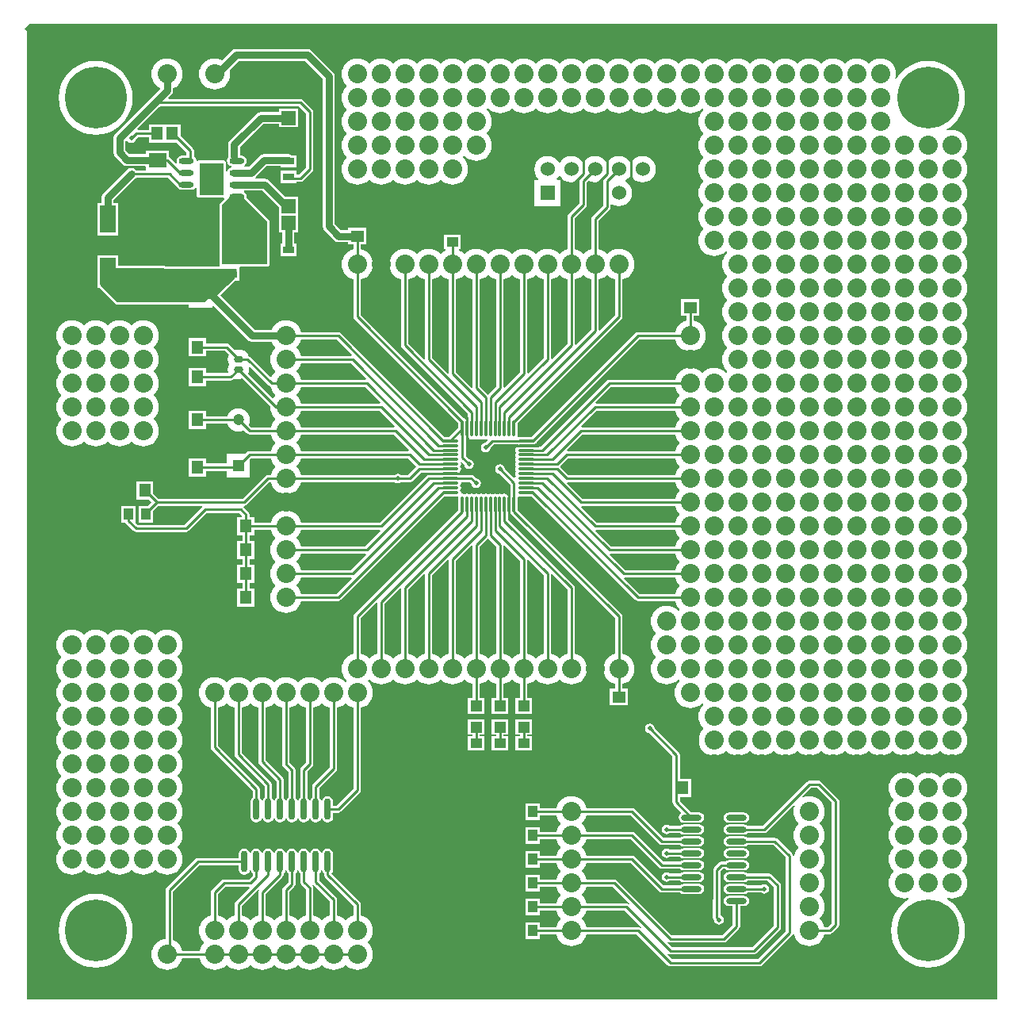
<source format=gtl>
G04 Layer_Physical_Order=1*
G04 Layer_Color=25308*
%FSLAX25Y25*%
%MOIN*%
G70*
G01*
G75*
%ADD10O,0.02600X0.09000*%
%ADD11O,0.08661X0.02362*%
%ADD12O,0.06300X0.02400*%
%ADD13R,0.05118X0.05709*%
%ADD14R,0.04724X0.03150*%
%ADD15R,0.05118X0.04528*%
%ADD16R,0.05118X0.03937*%
%ADD17R,0.05709X0.05118*%
%ADD18R,0.03937X0.05118*%
%ADD19O,0.01181X0.07087*%
%ADD20O,0.07087X0.01181*%
%ADD21R,0.07480X0.05906*%
%ADD22R,0.06102X0.05906*%
%ADD23R,0.06693X0.11811*%
%ADD24C,0.03000*%
%ADD25C,0.01000*%
%ADD26R,0.10300X0.13800*%
%ADD27C,0.08000*%
%ADD28O,0.03937X0.02953*%
%ADD29C,0.04724*%
%ADD30R,0.04724X0.04724*%
%ADD31C,0.06000*%
%ADD32R,0.06000X0.06000*%
%ADD33C,0.25984*%
%ADD34R,0.05118X0.05118*%
%ADD35C,0.05118*%
%ADD36C,0.02000*%
G36*
X439000Y31000D02*
X31000D01*
Y438000D01*
X30000Y439000D01*
X32000Y441000D01*
X439000D01*
Y31000D01*
D02*
G37*
%LPC*%
G36*
X157500Y94545D02*
X156603Y94367D01*
X155842Y93858D01*
X155333Y93097D01*
X155255Y92703D01*
X154745D01*
X154667Y93097D01*
X154158Y93858D01*
X153397Y94367D01*
X152500Y94545D01*
X151603Y94367D01*
X150842Y93858D01*
X150333Y93097D01*
X150255Y92703D01*
X149745D01*
X149667Y93097D01*
X149158Y93858D01*
X148397Y94367D01*
X147500Y94545D01*
X146603Y94367D01*
X145842Y93858D01*
X145333Y93097D01*
X145255Y92703D01*
X144745D01*
X144667Y93097D01*
X144158Y93858D01*
X143397Y94367D01*
X142500Y94545D01*
X141603Y94367D01*
X140842Y93858D01*
X140333Y93097D01*
X140255Y92703D01*
X139745D01*
X139667Y93097D01*
X139158Y93858D01*
X138397Y94367D01*
X137500Y94545D01*
X136603Y94367D01*
X135842Y93858D01*
X135333Y93097D01*
X135255Y92703D01*
X134745D01*
X134667Y93097D01*
X134158Y93858D01*
X133397Y94367D01*
X132500Y94545D01*
X131603Y94367D01*
X130842Y93858D01*
X130333Y93097D01*
X130255Y92703D01*
X129745D01*
X129667Y93097D01*
X129158Y93858D01*
X128397Y94367D01*
X127500Y94545D01*
X126603Y94367D01*
X125842Y93858D01*
X125333Y93097D01*
X125255Y92703D01*
X124745D01*
X124667Y93097D01*
X124158Y93858D01*
X123397Y94367D01*
X122500Y94545D01*
X121603Y94367D01*
X120842Y93858D01*
X120333Y93097D01*
X120155Y92200D01*
Y90529D01*
X103000D01*
X102415Y90413D01*
X101919Y90081D01*
X89919Y78081D01*
X89587Y77585D01*
X89471Y77000D01*
Y56479D01*
X88726Y56406D01*
X87501Y56034D01*
X86371Y55431D01*
X85382Y54618D01*
X84569Y53629D01*
X83966Y52500D01*
X83594Y51274D01*
X83469Y50000D01*
X83594Y48726D01*
X83966Y47501D01*
X84569Y46371D01*
X85382Y45382D01*
X86371Y44569D01*
X87501Y43966D01*
X88726Y43594D01*
X90000Y43468D01*
X91274Y43594D01*
X92500Y43966D01*
X93629Y44569D01*
X94618Y45382D01*
X95431Y46371D01*
X96034Y47501D01*
X96329Y48471D01*
X103672D01*
X103966Y47501D01*
X104569Y46371D01*
X105382Y45382D01*
X106371Y44569D01*
X107501Y43966D01*
X108726Y43594D01*
X110000Y43468D01*
X111274Y43594D01*
X112499Y43966D01*
X113629Y44569D01*
X114618Y45382D01*
X114750Y45542D01*
X115250D01*
X115382Y45382D01*
X116371Y44569D01*
X117500Y43966D01*
X118726Y43594D01*
X120000Y43468D01*
X121274Y43594D01*
X122500Y43966D01*
X123629Y44569D01*
X124618Y45382D01*
X124750Y45542D01*
X125250D01*
X125382Y45382D01*
X126371Y44569D01*
X127500Y43966D01*
X128726Y43594D01*
X130000Y43468D01*
X131274Y43594D01*
X132500Y43966D01*
X133629Y44569D01*
X134618Y45382D01*
X134750Y45542D01*
X135250D01*
X135382Y45382D01*
X136371Y44569D01*
X137501Y43966D01*
X138726Y43594D01*
X140000Y43468D01*
X141274Y43594D01*
X142499Y43966D01*
X143629Y44569D01*
X144618Y45382D01*
X144750Y45542D01*
X145250D01*
X145382Y45382D01*
X146371Y44569D01*
X147501Y43966D01*
X148726Y43594D01*
X150000Y43468D01*
X151274Y43594D01*
X152499Y43966D01*
X153629Y44569D01*
X154618Y45382D01*
X154750Y45542D01*
X155250D01*
X155382Y45382D01*
X156371Y44569D01*
X157501Y43966D01*
X158726Y43594D01*
X160000Y43468D01*
X161274Y43594D01*
X162499Y43966D01*
X163629Y44569D01*
X164618Y45382D01*
X164750Y45542D01*
X165250D01*
X165382Y45382D01*
X166371Y44569D01*
X167500Y43966D01*
X168726Y43594D01*
X170000Y43468D01*
X171274Y43594D01*
X172500Y43966D01*
X173629Y44569D01*
X174618Y45382D01*
X175431Y46371D01*
X176034Y47501D01*
X176406Y48726D01*
X176531Y50000D01*
X176406Y51274D01*
X176034Y52500D01*
X175431Y53629D01*
X174618Y54618D01*
X174458Y54750D01*
Y55250D01*
X174618Y55382D01*
X175431Y56371D01*
X176034Y57500D01*
X176406Y58726D01*
X176531Y60000D01*
X176406Y61274D01*
X176034Y62499D01*
X175431Y63629D01*
X174618Y64618D01*
X173629Y65431D01*
X172500Y66034D01*
X171529Y66329D01*
Y71000D01*
X171413Y71585D01*
X171081Y72081D01*
X159146Y84017D01*
X159158Y84142D01*
X159667Y84903D01*
X159845Y85800D01*
Y92200D01*
X159667Y93097D01*
X159158Y93858D01*
X158397Y94367D01*
X157500Y94545D01*
D02*
G37*
G36*
X313701Y94724D02*
X307402D01*
X306551Y94555D01*
X305829Y94073D01*
X305800Y94029D01*
X301405D01*
X300887Y94376D01*
X300106Y94531D01*
X299326Y94376D01*
X298664Y93934D01*
X298222Y93272D01*
X298067Y92492D01*
X298222Y91711D01*
X298664Y91050D01*
X299326Y90608D01*
X300106Y90453D01*
X300887Y90608D01*
X301430Y90971D01*
X305800D01*
X305829Y90927D01*
X306551Y90446D01*
X307402Y90276D01*
X313701D01*
X314552Y90446D01*
X315273Y90927D01*
X315755Y91649D01*
X315925Y92500D01*
X315755Y93351D01*
X315273Y94073D01*
X314552Y94555D01*
X313701Y94724D01*
D02*
G37*
G36*
X364106Y123021D02*
X360106D01*
X359521Y122905D01*
X359025Y122573D01*
X340481Y104029D01*
X334200D01*
X334171Y104072D01*
X333449Y104554D01*
X332598Y104724D01*
X326299D01*
X325448Y104554D01*
X324727Y104072D01*
X324245Y103351D01*
X324075Y102500D01*
X324245Y101649D01*
X324727Y100927D01*
X325448Y100445D01*
X326299Y100276D01*
X332598D01*
X333449Y100445D01*
X334171Y100927D01*
X334200Y100971D01*
X341114D01*
X341700Y101087D01*
X342196Y101419D01*
X353539Y112761D01*
X353966Y112499D01*
X353594Y111274D01*
X353469Y110000D01*
X353594Y108726D01*
X353966Y107501D01*
X354569Y106371D01*
X355382Y105382D01*
X355542Y105250D01*
Y104750D01*
X355382Y104618D01*
X354569Y103629D01*
X353966Y102499D01*
X353594Y101274D01*
X353469Y100000D01*
X353594Y98726D01*
X353966Y97500D01*
X354569Y96371D01*
X355382Y95382D01*
X355542Y95250D01*
Y94750D01*
X355382Y94618D01*
X354569Y93629D01*
X353966Y92500D01*
X353636Y91411D01*
X353136Y91486D01*
Y91492D01*
X353019Y92077D01*
X352688Y92573D01*
X346679Y98581D01*
X346183Y98913D01*
X345598Y99029D01*
X334200D01*
X334171Y99072D01*
X333449Y99555D01*
X332598Y99724D01*
X326299D01*
X325448Y99555D01*
X324727Y99072D01*
X324245Y98351D01*
X324075Y97500D01*
X324245Y96649D01*
X324727Y95928D01*
X325448Y95446D01*
X326299Y95276D01*
X332598D01*
X333449Y95446D01*
X334171Y95928D01*
X334200Y95971D01*
X344965D01*
X350077Y90858D01*
Y59625D01*
X338473Y48021D01*
X302240D01*
X300305Y49956D01*
X300624Y50344D01*
X301021Y50079D01*
X301606Y49962D01*
X336606D01*
X337192Y50079D01*
X337688Y50410D01*
X347688Y60410D01*
X348019Y60906D01*
X348136Y61492D01*
Y78992D01*
X348039Y79480D01*
X348019Y79577D01*
X347688Y80073D01*
X344180Y83581D01*
X343683Y83913D01*
X343098Y84029D01*
X334200D01*
X334171Y84073D01*
X333449Y84554D01*
X332598Y84724D01*
X326299D01*
X325448Y84554D01*
X324727Y84073D01*
X324245Y83351D01*
X324075Y82500D01*
X324245Y81649D01*
X324727Y80927D01*
X325448Y80445D01*
X326299Y80276D01*
X332598D01*
X333449Y80445D01*
X334171Y80927D01*
X334200Y80971D01*
X342465D01*
X345077Y78358D01*
Y62125D01*
X335973Y53021D01*
X302240D01*
X300305Y54956D01*
X300624Y55344D01*
X301021Y55079D01*
X301606Y54962D01*
X324106D01*
X324692Y55079D01*
X325188Y55410D01*
X330530Y60753D01*
X330862Y61249D01*
X330978Y61834D01*
Y70276D01*
X332598D01*
X333449Y70446D01*
X334171Y70928D01*
X334653Y71649D01*
X334822Y72500D01*
X334653Y73351D01*
X334171Y74072D01*
X333449Y74555D01*
X332598Y74724D01*
X326299D01*
X325448Y74555D01*
X324727Y74072D01*
X324245Y73351D01*
X324075Y72500D01*
X324245Y71649D01*
X324727Y70928D01*
X325448Y70446D01*
X326299Y70276D01*
X327919D01*
Y62468D01*
X323473Y58021D01*
X302240D01*
X279180Y81081D01*
X278683Y81413D01*
X278098Y81529D01*
X266329D01*
X266034Y82499D01*
X265431Y83629D01*
X264618Y84618D01*
X264458Y84750D01*
Y85250D01*
X264618Y85382D01*
X265431Y86371D01*
X266034Y87501D01*
X266329Y88471D01*
X284965D01*
X297017Y76419D01*
X297513Y76087D01*
X298098Y75971D01*
X305800D01*
X305829Y75928D01*
X306551Y75445D01*
X307402Y75276D01*
X313701D01*
X314552Y75445D01*
X315273Y75928D01*
X315755Y76649D01*
X315925Y77500D01*
X315755Y78351D01*
X315273Y79072D01*
X314552Y79554D01*
X313701Y79724D01*
X307402D01*
X306551Y79554D01*
X305829Y79072D01*
X305800Y79029D01*
X298732D01*
X286680Y91081D01*
X286183Y91413D01*
X285598Y91529D01*
X266329D01*
X266034Y92500D01*
X265431Y93629D01*
X264618Y94618D01*
X264458Y94750D01*
Y95250D01*
X264618Y95382D01*
X265431Y96371D01*
X266034Y97500D01*
X266329Y98471D01*
X284965D01*
X297017Y86419D01*
X297513Y86087D01*
X298098Y85971D01*
X305800D01*
X305829Y85927D01*
X306551Y85445D01*
X307402Y85276D01*
X313701D01*
X314552Y85445D01*
X315273Y85927D01*
X315755Y86649D01*
X315925Y87500D01*
X315755Y88351D01*
X315273Y89073D01*
X314552Y89555D01*
X313701Y89724D01*
X307402D01*
X306551Y89555D01*
X305829Y89073D01*
X305800Y89029D01*
X298732D01*
X286680Y101081D01*
X286183Y101413D01*
X285598Y101529D01*
X266329D01*
X266034Y102499D01*
X265431Y103629D01*
X264618Y104618D01*
X264458Y104750D01*
Y105250D01*
X264618Y105382D01*
X265431Y106371D01*
X266034Y107501D01*
X266329Y108471D01*
X284965D01*
X297017Y96419D01*
X297513Y96087D01*
X298098Y95971D01*
X305800D01*
X305829Y95928D01*
X306551Y95446D01*
X307402Y95276D01*
X313701D01*
X314552Y95446D01*
X315273Y95928D01*
X315755Y96649D01*
X315925Y97500D01*
X315755Y98351D01*
X315273Y99072D01*
X314552Y99555D01*
X313701Y99724D01*
X307402D01*
X306551Y99555D01*
X305829Y99072D01*
X305800Y99029D01*
X298732D01*
X286680Y111081D01*
X286183Y111413D01*
X285598Y111529D01*
X266329D01*
X266034Y112499D01*
X265431Y113629D01*
X264618Y114618D01*
X263629Y115431D01*
X262499Y116034D01*
X261274Y116406D01*
X260000Y116531D01*
X258726Y116406D01*
X257501Y116034D01*
X256371Y115431D01*
X255382Y114618D01*
X254569Y113629D01*
X253966Y112499D01*
X253672Y111529D01*
X246610D01*
Y113559D01*
X240673D01*
Y106441D01*
X246610D01*
Y108471D01*
X253672D01*
X253966Y107501D01*
X254569Y106371D01*
X255382Y105382D01*
X255542Y105250D01*
Y104750D01*
X255382Y104618D01*
X254569Y103629D01*
X253966Y102499D01*
X253672Y101529D01*
X246610D01*
Y103559D01*
X240673D01*
Y96441D01*
X246610D01*
Y98471D01*
X253672D01*
X253966Y97500D01*
X254569Y96371D01*
X255382Y95382D01*
X255542Y95250D01*
Y94750D01*
X255382Y94618D01*
X254569Y93629D01*
X253966Y92500D01*
X253672Y91529D01*
X246610D01*
Y93559D01*
X240673D01*
Y86441D01*
X246610D01*
Y88471D01*
X253672D01*
X253966Y87501D01*
X254569Y86371D01*
X255382Y85382D01*
X255542Y85250D01*
Y84750D01*
X255382Y84618D01*
X254569Y83629D01*
X253966Y82499D01*
X253672Y81529D01*
X246610D01*
Y83559D01*
X240673D01*
Y76441D01*
X246610D01*
Y78471D01*
X253672D01*
X253966Y77500D01*
X254569Y76371D01*
X255382Y75382D01*
X255542Y75250D01*
Y74750D01*
X255382Y74618D01*
X254569Y73629D01*
X253966Y72500D01*
X253672Y71529D01*
X246610D01*
Y73559D01*
X240673D01*
Y66441D01*
X246610D01*
Y68471D01*
X253672D01*
X253966Y67501D01*
X254569Y66371D01*
X255382Y65382D01*
X255542Y65250D01*
Y64750D01*
X255382Y64618D01*
X254569Y63629D01*
X253966Y62499D01*
X253672Y61529D01*
X246610D01*
Y63559D01*
X240673D01*
Y56441D01*
X246610D01*
Y58471D01*
X253672D01*
X253966Y57500D01*
X254569Y56371D01*
X255382Y55382D01*
X256371Y54569D01*
X257501Y53966D01*
X258726Y53594D01*
X260000Y53469D01*
X261274Y53594D01*
X262499Y53966D01*
X263629Y54569D01*
X264618Y55382D01*
X265431Y56371D01*
X266034Y57500D01*
X266329Y58471D01*
X287465D01*
X300525Y45410D01*
X301021Y45079D01*
X301606Y44962D01*
X339106D01*
X339691Y45079D01*
X340188Y45410D01*
X352688Y57910D01*
X353019Y58407D01*
X353089Y58756D01*
X353594Y58731D01*
X353594Y58726D01*
X353966Y57500D01*
X354569Y56371D01*
X355382Y55382D01*
X356371Y54569D01*
X357501Y53966D01*
X358726Y53594D01*
X360000Y53469D01*
X361274Y53594D01*
X362499Y53966D01*
X363629Y54569D01*
X364618Y55382D01*
X365431Y56371D01*
X366034Y57500D01*
X366329Y58471D01*
X368615D01*
X369200Y58587D01*
X369696Y58919D01*
X372188Y61410D01*
X372519Y61906D01*
X372636Y62492D01*
Y114492D01*
X372538Y114980D01*
X372519Y115077D01*
X372188Y115573D01*
X365188Y122573D01*
X364691Y122905D01*
X364106Y123021D01*
D02*
G37*
G36*
X332598Y94724D02*
X326299D01*
X325448Y94555D01*
X324727Y94073D01*
X324245Y93351D01*
X324075Y92500D01*
X324245Y91649D01*
X324727Y90927D01*
X325448Y90446D01*
X326299Y90276D01*
X332598D01*
X333449Y90446D01*
X334171Y90927D01*
X334653Y91649D01*
X334822Y92500D01*
X334653Y93351D01*
X334171Y94073D01*
X333449Y94555D01*
X332598Y94724D01*
D02*
G37*
G36*
X313701Y84724D02*
X307402D01*
X306551Y84554D01*
X305829Y84073D01*
X305800Y84029D01*
X301426D01*
X300895Y84384D01*
X300114Y84539D01*
X299334Y84384D01*
X298673Y83942D01*
X298231Y83280D01*
X298075Y82500D01*
X298231Y81720D01*
X298673Y81058D01*
X299334Y80616D01*
X300114Y80461D01*
X300895Y80616D01*
X301426Y80971D01*
X305800D01*
X305829Y80927D01*
X306551Y80445D01*
X307402Y80276D01*
X313701D01*
X314552Y80445D01*
X315273Y80927D01*
X315755Y81649D01*
X315925Y82500D01*
X315755Y83351D01*
X315273Y84073D01*
X314552Y84554D01*
X313701Y84724D01*
D02*
G37*
G36*
X332598Y89724D02*
X326299D01*
X325448Y89555D01*
X324727Y89073D01*
X324698Y89029D01*
X323114D01*
X322529Y88913D01*
X322033Y88581D01*
X320025Y86573D01*
X319693Y86077D01*
X319577Y85492D01*
Y65492D01*
X319693Y64907D01*
X320025Y64410D01*
X320098Y64337D01*
X320222Y63711D01*
X320664Y63050D01*
X321326Y62608D01*
X322106Y62453D01*
X322887Y62608D01*
X323548Y63050D01*
X323990Y63711D01*
X324145Y64492D01*
X323990Y65272D01*
X323548Y65934D01*
X322887Y66376D01*
X322636Y66426D01*
Y84858D01*
X323748Y85971D01*
X324698D01*
X324727Y85927D01*
X325448Y85445D01*
X326299Y85276D01*
X332598D01*
X333449Y85445D01*
X334171Y85927D01*
X334653Y86649D01*
X334822Y87500D01*
X334653Y88351D01*
X334171Y89073D01*
X333449Y89555D01*
X332598Y89724D01*
D02*
G37*
G36*
Y79724D02*
X326299D01*
X325448Y79554D01*
X324727Y79072D01*
X324245Y78351D01*
X324075Y77500D01*
X324245Y76649D01*
X324727Y75928D01*
X325448Y75445D01*
X326299Y75276D01*
X332598D01*
X333449Y75445D01*
X334171Y75928D01*
X334200Y75971D01*
X339787D01*
X340318Y75616D01*
X341098Y75461D01*
X341878Y75616D01*
X342540Y76058D01*
X342982Y76720D01*
X343137Y77500D01*
X342982Y78280D01*
X342540Y78942D01*
X341878Y79384D01*
X341098Y79539D01*
X340318Y79384D01*
X339787Y79029D01*
X334200D01*
X334171Y79072D01*
X333449Y79554D01*
X332598Y79724D01*
D02*
G37*
G36*
X313701Y104724D02*
X307402D01*
X306551Y104554D01*
X305829Y104072D01*
X305800Y104029D01*
X301405D01*
X300887Y104376D01*
X300106Y104531D01*
X299326Y104376D01*
X298664Y103934D01*
X298222Y103272D01*
X298067Y102492D01*
X298222Y101711D01*
X298664Y101050D01*
X299326Y100608D01*
X300106Y100453D01*
X300887Y100608D01*
X301430Y100971D01*
X305800D01*
X305829Y100927D01*
X306551Y100445D01*
X307402Y100276D01*
X313701D01*
X314552Y100445D01*
X315273Y100927D01*
X315755Y101649D01*
X315925Y102500D01*
X315755Y103351D01*
X315273Y104072D01*
X314552Y104554D01*
X313701Y104724D01*
D02*
G37*
G36*
X243559Y148835D02*
X236441D01*
Y142307D01*
X238471D01*
Y141610D01*
X236441D01*
Y135673D01*
X243559D01*
Y141610D01*
X241529D01*
Y142307D01*
X243559D01*
Y148835D01*
D02*
G37*
G36*
X223559Y148835D02*
X216441D01*
Y142307D01*
X218471D01*
Y141610D01*
X216441D01*
Y135673D01*
X223559D01*
Y141610D01*
X221529D01*
Y142307D01*
X223559D01*
Y148835D01*
D02*
G37*
G36*
X90000Y186531D02*
X88726Y186406D01*
X87501Y186034D01*
X86371Y185431D01*
X85382Y184618D01*
X85250Y184458D01*
X84750D01*
X84618Y184618D01*
X83629Y185431D01*
X82499Y186034D01*
X81274Y186406D01*
X80000Y186531D01*
X78726Y186406D01*
X77500Y186034D01*
X76371Y185431D01*
X75382Y184618D01*
X75250Y184458D01*
X74750D01*
X74618Y184618D01*
X73629Y185431D01*
X72500Y186034D01*
X71274Y186406D01*
X70000Y186531D01*
X68726Y186406D01*
X67501Y186034D01*
X66371Y185431D01*
X65382Y184618D01*
X65250Y184458D01*
X64750D01*
X64618Y184618D01*
X63629Y185431D01*
X62499Y186034D01*
X61274Y186406D01*
X60000Y186531D01*
X58726Y186406D01*
X57500Y186034D01*
X56371Y185431D01*
X55382Y184618D01*
X55250Y184458D01*
X54750D01*
X54618Y184618D01*
X53629Y185431D01*
X52500Y186034D01*
X51274Y186406D01*
X50000Y186531D01*
X48726Y186406D01*
X47501Y186034D01*
X46371Y185431D01*
X45382Y184618D01*
X44569Y183629D01*
X43966Y182500D01*
X43594Y181274D01*
X43468Y180000D01*
X43594Y178726D01*
X43966Y177500D01*
X44569Y176371D01*
X45382Y175382D01*
X45542Y175250D01*
Y174750D01*
X45382Y174618D01*
X44569Y173629D01*
X43966Y172500D01*
X43594Y171274D01*
X43468Y170000D01*
X43594Y168726D01*
X43966Y167500D01*
X44569Y166371D01*
X45382Y165382D01*
X45542Y165250D01*
Y164750D01*
X45382Y164618D01*
X44569Y163629D01*
X43966Y162499D01*
X43594Y161274D01*
X43468Y160000D01*
X43594Y158726D01*
X43966Y157501D01*
X44569Y156371D01*
X45382Y155382D01*
X45542Y155250D01*
Y154750D01*
X45382Y154618D01*
X44569Y153629D01*
X43966Y152499D01*
X43594Y151274D01*
X43468Y150000D01*
X43594Y148726D01*
X43966Y147501D01*
X44569Y146371D01*
X45382Y145382D01*
X45542Y145250D01*
Y144750D01*
X45382Y144618D01*
X44569Y143629D01*
X43966Y142499D01*
X43594Y141274D01*
X43468Y140000D01*
X43594Y138726D01*
X43966Y137501D01*
X44569Y136371D01*
X45382Y135382D01*
X45542Y135250D01*
Y134750D01*
X45382Y134618D01*
X44569Y133629D01*
X43966Y132500D01*
X43594Y131274D01*
X43468Y130000D01*
X43594Y128726D01*
X43966Y127500D01*
X44569Y126371D01*
X45382Y125382D01*
X45542Y125250D01*
Y124750D01*
X45382Y124618D01*
X44569Y123629D01*
X43966Y122500D01*
X43594Y121274D01*
X43468Y120000D01*
X43594Y118726D01*
X43966Y117500D01*
X44569Y116371D01*
X45382Y115382D01*
X45542Y115250D01*
Y114750D01*
X45382Y114618D01*
X44569Y113629D01*
X43966Y112499D01*
X43594Y111274D01*
X43468Y110000D01*
X43594Y108726D01*
X43966Y107501D01*
X44569Y106371D01*
X45382Y105382D01*
X45542Y105250D01*
Y104750D01*
X45382Y104618D01*
X44569Y103629D01*
X43966Y102499D01*
X43594Y101274D01*
X43468Y100000D01*
X43594Y98726D01*
X43966Y97500D01*
X44569Y96371D01*
X45382Y95382D01*
X45542Y95250D01*
Y94750D01*
X45382Y94618D01*
X44569Y93629D01*
X43966Y92500D01*
X43594Y91274D01*
X43468Y90000D01*
X43594Y88726D01*
X43966Y87501D01*
X44569Y86371D01*
X45382Y85382D01*
X46371Y84569D01*
X47501Y83966D01*
X48726Y83594D01*
X50000Y83469D01*
X51274Y83594D01*
X52500Y83966D01*
X53629Y84569D01*
X54618Y85382D01*
X54750Y85542D01*
X55250D01*
X55382Y85382D01*
X56371Y84569D01*
X57500Y83966D01*
X58726Y83594D01*
X60000Y83469D01*
X61274Y83594D01*
X62499Y83966D01*
X63629Y84569D01*
X64618Y85382D01*
X64750Y85542D01*
X65250D01*
X65382Y85382D01*
X66371Y84569D01*
X67501Y83966D01*
X68726Y83594D01*
X70000Y83469D01*
X71274Y83594D01*
X72500Y83966D01*
X73629Y84569D01*
X74618Y85382D01*
X74750Y85542D01*
X75250D01*
X75382Y85382D01*
X76371Y84569D01*
X77500Y83966D01*
X78726Y83594D01*
X80000Y83469D01*
X81274Y83594D01*
X82499Y83966D01*
X83629Y84569D01*
X84618Y85382D01*
X84750Y85542D01*
X85250D01*
X85382Y85382D01*
X86371Y84569D01*
X87501Y83966D01*
X88726Y83594D01*
X90000Y83469D01*
X91274Y83594D01*
X92500Y83966D01*
X93629Y84569D01*
X94618Y85382D01*
X95431Y86371D01*
X96034Y87501D01*
X96406Y88726D01*
X96531Y90000D01*
X96406Y91274D01*
X96034Y92500D01*
X95431Y93629D01*
X94618Y94618D01*
X94458Y94750D01*
Y95250D01*
X94618Y95382D01*
X95431Y96371D01*
X96034Y97500D01*
X96406Y98726D01*
X96531Y100000D01*
X96406Y101274D01*
X96034Y102499D01*
X95431Y103629D01*
X94618Y104618D01*
X94458Y104750D01*
Y105250D01*
X94618Y105382D01*
X95431Y106371D01*
X96034Y107501D01*
X96406Y108726D01*
X96531Y110000D01*
X96406Y111274D01*
X96034Y112499D01*
X95431Y113629D01*
X94618Y114618D01*
X94458Y114750D01*
Y115250D01*
X94618Y115382D01*
X95431Y116371D01*
X96034Y117500D01*
X96406Y118726D01*
X96531Y120000D01*
X96406Y121274D01*
X96034Y122500D01*
X95431Y123629D01*
X94618Y124618D01*
X94458Y124750D01*
Y125250D01*
X94618Y125382D01*
X95431Y126371D01*
X96034Y127500D01*
X96406Y128726D01*
X96531Y130000D01*
X96406Y131274D01*
X96034Y132500D01*
X95431Y133629D01*
X94618Y134618D01*
X94458Y134750D01*
Y135250D01*
X94618Y135382D01*
X95431Y136371D01*
X96034Y137501D01*
X96406Y138726D01*
X96531Y140000D01*
X96406Y141274D01*
X96034Y142499D01*
X95431Y143629D01*
X94618Y144618D01*
X94458Y144750D01*
Y145250D01*
X94618Y145382D01*
X95431Y146371D01*
X96034Y147501D01*
X96406Y148726D01*
X96531Y150000D01*
X96406Y151274D01*
X96034Y152499D01*
X95431Y153629D01*
X94618Y154618D01*
X94458Y154750D01*
Y155250D01*
X94618Y155382D01*
X95431Y156371D01*
X96034Y157501D01*
X96406Y158726D01*
X96531Y160000D01*
X96406Y161274D01*
X96034Y162499D01*
X95431Y163629D01*
X94618Y164618D01*
X94458Y164750D01*
Y165250D01*
X94618Y165382D01*
X95431Y166371D01*
X96034Y167500D01*
X96406Y168726D01*
X96531Y170000D01*
X96406Y171274D01*
X96034Y172500D01*
X95431Y173629D01*
X94618Y174618D01*
X94458Y174750D01*
Y175250D01*
X94618Y175382D01*
X95431Y176371D01*
X96034Y177500D01*
X96406Y178726D01*
X96531Y180000D01*
X96406Y181274D01*
X96034Y182500D01*
X95431Y183629D01*
X94618Y184618D01*
X93629Y185431D01*
X92500Y186034D01*
X91274Y186406D01*
X90000Y186531D01*
D02*
G37*
G36*
X233559Y148835D02*
X226441D01*
Y142307D01*
X228471D01*
Y141610D01*
X226441D01*
Y135673D01*
X233559D01*
Y141610D01*
X231529D01*
Y142307D01*
X233559D01*
Y148835D01*
D02*
G37*
G36*
X293000Y147039D02*
X292220Y146884D01*
X291558Y146442D01*
X291116Y145780D01*
X290961Y145000D01*
X291116Y144220D01*
X291558Y143558D01*
X292220Y143116D01*
X292846Y142991D01*
X302577Y133260D01*
Y113945D01*
X302693Y113360D01*
X303025Y112864D01*
X306142Y109746D01*
X306093Y109249D01*
X305829Y109072D01*
X305347Y108351D01*
X305178Y107500D01*
X305347Y106649D01*
X305829Y105928D01*
X306551Y105446D01*
X307402Y105276D01*
X313701D01*
X314552Y105446D01*
X315273Y105928D01*
X315755Y106649D01*
X315925Y107500D01*
X315755Y108351D01*
X315273Y109072D01*
X314552Y109555D01*
X313701Y109724D01*
X310490D01*
X305636Y114578D01*
Y116146D01*
X310409D01*
Y123854D01*
X305636D01*
Y133894D01*
X305519Y134479D01*
X305188Y134975D01*
X295008Y145154D01*
X294884Y145780D01*
X294442Y146442D01*
X293780Y146884D01*
X293000Y147039D01*
D02*
G37*
G36*
X332598Y109724D02*
X326299D01*
X325448Y109555D01*
X324727Y109072D01*
X324245Y108351D01*
X324075Y107500D01*
X324245Y106649D01*
X324727Y105928D01*
X325448Y105446D01*
X326299Y105276D01*
X332598D01*
X333449Y105446D01*
X334171Y105928D01*
X334653Y106649D01*
X334822Y107500D01*
X334653Y108351D01*
X334171Y109072D01*
X333449Y109555D01*
X332598Y109724D01*
D02*
G37*
G36*
X420000Y126531D02*
X418726Y126406D01*
X417500Y126034D01*
X416371Y125431D01*
X415382Y124618D01*
X415250Y124458D01*
X414750D01*
X414618Y124618D01*
X413629Y125431D01*
X412500Y126034D01*
X411274Y126406D01*
X410000Y126531D01*
X408726Y126406D01*
X407501Y126034D01*
X406371Y125431D01*
X405382Y124618D01*
X405250Y124458D01*
X404750D01*
X404618Y124618D01*
X403629Y125431D01*
X402499Y126034D01*
X401274Y126406D01*
X400000Y126531D01*
X398726Y126406D01*
X397500Y126034D01*
X396371Y125431D01*
X395382Y124618D01*
X394569Y123629D01*
X393966Y122500D01*
X393594Y121274D01*
X393469Y120000D01*
X393594Y118726D01*
X393966Y117500D01*
X394569Y116371D01*
X395382Y115382D01*
X395542Y115250D01*
Y114750D01*
X395382Y114618D01*
X394569Y113629D01*
X393966Y112499D01*
X393594Y111274D01*
X393469Y110000D01*
X393594Y108726D01*
X393966Y107501D01*
X394569Y106371D01*
X395382Y105382D01*
X395542Y105250D01*
Y104750D01*
X395382Y104618D01*
X394569Y103629D01*
X393966Y102499D01*
X393594Y101274D01*
X393469Y100000D01*
X393594Y98726D01*
X393966Y97500D01*
X394569Y96371D01*
X395382Y95382D01*
X395542Y95250D01*
Y94750D01*
X395382Y94618D01*
X394569Y93629D01*
X393966Y92500D01*
X393594Y91274D01*
X393469Y90000D01*
X393594Y88726D01*
X393966Y87501D01*
X394569Y86371D01*
X395382Y85382D01*
X395542Y85250D01*
Y84750D01*
X395382Y84618D01*
X394569Y83629D01*
X393966Y82499D01*
X393594Y81274D01*
X393469Y80000D01*
X393594Y78726D01*
X393966Y77500D01*
X394569Y76371D01*
X395382Y75382D01*
X396371Y74569D01*
X397500Y73966D01*
X398726Y73594D01*
X400000Y73469D01*
X401274Y73594D01*
X401873Y73776D01*
X402079Y73316D01*
X400866Y72572D01*
X399011Y70989D01*
X397428Y69134D01*
X396154Y67055D01*
X395221Y64802D01*
X394651Y62431D01*
X394460Y60000D01*
X394651Y57569D01*
X395221Y55198D01*
X396154Y52945D01*
X397428Y50866D01*
X399011Y49011D01*
X400866Y47428D01*
X402945Y46154D01*
X405198Y45221D01*
X407569Y44651D01*
X410000Y44460D01*
X412431Y44651D01*
X414802Y45221D01*
X417055Y46154D01*
X419134Y47428D01*
X420989Y49011D01*
X422572Y50866D01*
X423846Y52945D01*
X424779Y55198D01*
X425349Y57569D01*
X425540Y60000D01*
X425349Y62431D01*
X424779Y64802D01*
X423846Y67055D01*
X422572Y69134D01*
X420989Y70989D01*
X419134Y72572D01*
X417921Y73316D01*
X418127Y73776D01*
X418726Y73594D01*
X420000Y73469D01*
X421274Y73594D01*
X422500Y73966D01*
X423629Y74569D01*
X424618Y75382D01*
X425431Y76371D01*
X426034Y77500D01*
X426406Y78726D01*
X426532Y80000D01*
X426406Y81274D01*
X426034Y82499D01*
X425431Y83629D01*
X424618Y84618D01*
X424458Y84750D01*
Y85250D01*
X424618Y85382D01*
X425431Y86371D01*
X426034Y87501D01*
X426406Y88726D01*
X426532Y90000D01*
X426406Y91274D01*
X426034Y92500D01*
X425431Y93629D01*
X424618Y94618D01*
X424458Y94750D01*
Y95250D01*
X424618Y95382D01*
X425431Y96371D01*
X426034Y97500D01*
X426406Y98726D01*
X426532Y100000D01*
X426406Y101274D01*
X426034Y102499D01*
X425431Y103629D01*
X424618Y104618D01*
X424458Y104750D01*
Y105250D01*
X424618Y105382D01*
X425431Y106371D01*
X426034Y107501D01*
X426406Y108726D01*
X426532Y110000D01*
X426406Y111274D01*
X426034Y112499D01*
X425431Y113629D01*
X424618Y114618D01*
X424458Y114750D01*
Y115250D01*
X424618Y115382D01*
X425431Y116371D01*
X426034Y117500D01*
X426406Y118726D01*
X426532Y120000D01*
X426406Y121274D01*
X426034Y122500D01*
X425431Y123629D01*
X424618Y124618D01*
X423629Y125431D01*
X422500Y126034D01*
X421274Y126406D01*
X420000Y126531D01*
D02*
G37*
G36*
X60000Y425540D02*
X57569Y425349D01*
X55198Y424779D01*
X52945Y423846D01*
X50866Y422572D01*
X49011Y420989D01*
X47428Y419134D01*
X46154Y417055D01*
X45221Y414802D01*
X44651Y412431D01*
X44460Y410000D01*
X44651Y407569D01*
X45221Y405198D01*
X46154Y402945D01*
X47428Y400866D01*
X49011Y399011D01*
X50866Y397428D01*
X52945Y396154D01*
X55198Y395221D01*
X57569Y394651D01*
X60000Y394460D01*
X62431Y394651D01*
X64802Y395221D01*
X67055Y396154D01*
X69134Y397428D01*
X70989Y399011D01*
X72572Y400866D01*
X73846Y402945D01*
X74779Y405198D01*
X75349Y407569D01*
X75540Y410000D01*
X75349Y412431D01*
X74779Y414802D01*
X73846Y417055D01*
X72572Y419134D01*
X70989Y420989D01*
X69134Y422572D01*
X67055Y423846D01*
X64802Y424779D01*
X62431Y425349D01*
X60000Y425540D01*
D02*
G37*
G36*
X390000Y426532D02*
X388726Y426406D01*
X387501Y426034D01*
X386371Y425431D01*
X385382Y424618D01*
X385250Y424458D01*
X384750D01*
X384618Y424618D01*
X383629Y425431D01*
X382500Y426034D01*
X381274Y426406D01*
X380000Y426532D01*
X378726Y426406D01*
X377501Y426034D01*
X376371Y425431D01*
X375382Y424618D01*
X375250Y424458D01*
X374750D01*
X374618Y424618D01*
X373629Y425431D01*
X372499Y426034D01*
X371274Y426406D01*
X370000Y426532D01*
X368726Y426406D01*
X367500Y426034D01*
X366371Y425431D01*
X365382Y424618D01*
X365250Y424458D01*
X364750D01*
X364618Y424618D01*
X363629Y425431D01*
X362499Y426034D01*
X361274Y426406D01*
X360000Y426532D01*
X358726Y426406D01*
X357501Y426034D01*
X356371Y425431D01*
X355382Y424618D01*
X355250Y424458D01*
X354750D01*
X354618Y424618D01*
X353629Y425431D01*
X352500Y426034D01*
X351274Y426406D01*
X350000Y426532D01*
X348726Y426406D01*
X347500Y426034D01*
X346371Y425431D01*
X345382Y424618D01*
X345250Y424458D01*
X344750D01*
X344618Y424618D01*
X343629Y425431D01*
X342499Y426034D01*
X341274Y426406D01*
X340000Y426532D01*
X338726Y426406D01*
X337501Y426034D01*
X336371Y425431D01*
X335382Y424618D01*
X335250Y424458D01*
X334750D01*
X334618Y424618D01*
X333629Y425431D01*
X332500Y426034D01*
X331274Y426406D01*
X330000Y426532D01*
X328726Y426406D01*
X327501Y426034D01*
X326371Y425431D01*
X325382Y424618D01*
X325250Y424458D01*
X324750D01*
X324618Y424618D01*
X323629Y425431D01*
X322499Y426034D01*
X321274Y426406D01*
X320000Y426532D01*
X318726Y426406D01*
X317500Y426034D01*
X316371Y425431D01*
X315382Y424618D01*
X315250Y424458D01*
X314750D01*
X314618Y424618D01*
X313629Y425431D01*
X312499Y426034D01*
X311274Y426406D01*
X310000Y426532D01*
X308726Y426406D01*
X307501Y426034D01*
X306371Y425431D01*
X305382Y424618D01*
X305250Y424458D01*
X304750D01*
X304618Y424618D01*
X303629Y425431D01*
X302500Y426034D01*
X301274Y426406D01*
X300000Y426532D01*
X298726Y426406D01*
X297500Y426034D01*
X296371Y425431D01*
X295382Y424618D01*
X295250Y424458D01*
X294750D01*
X294618Y424618D01*
X293629Y425431D01*
X292499Y426034D01*
X291274Y426406D01*
X290000Y426532D01*
X288726Y426406D01*
X287501Y426034D01*
X286371Y425431D01*
X285382Y424618D01*
X285250Y424458D01*
X284750D01*
X284618Y424618D01*
X283629Y425431D01*
X282500Y426034D01*
X281274Y426406D01*
X280000Y426532D01*
X278726Y426406D01*
X277501Y426034D01*
X276371Y425431D01*
X275382Y424618D01*
X275250Y424458D01*
X274750D01*
X274618Y424618D01*
X273629Y425431D01*
X272499Y426034D01*
X271274Y426406D01*
X270000Y426532D01*
X268726Y426406D01*
X267500Y426034D01*
X266371Y425431D01*
X265382Y424618D01*
X265250Y424458D01*
X264750D01*
X264618Y424618D01*
X263629Y425431D01*
X262499Y426034D01*
X261274Y426406D01*
X260000Y426532D01*
X258726Y426406D01*
X257501Y426034D01*
X256371Y425431D01*
X255382Y424618D01*
X255250Y424458D01*
X254750D01*
X254618Y424618D01*
X253629Y425431D01*
X252500Y426034D01*
X251274Y426406D01*
X250000Y426532D01*
X248726Y426406D01*
X247500Y426034D01*
X246371Y425431D01*
X245382Y424618D01*
X245250Y424458D01*
X244750D01*
X244618Y424618D01*
X243629Y425431D01*
X242499Y426034D01*
X241274Y426406D01*
X240000Y426532D01*
X238726Y426406D01*
X237501Y426034D01*
X236371Y425431D01*
X235382Y424618D01*
X235250Y424458D01*
X234750D01*
X234618Y424618D01*
X233629Y425431D01*
X232500Y426034D01*
X231274Y426406D01*
X230000Y426532D01*
X228726Y426406D01*
X227501Y426034D01*
X226371Y425431D01*
X225382Y424618D01*
X225250Y424458D01*
X224750D01*
X224618Y424618D01*
X223629Y425431D01*
X222499Y426034D01*
X221274Y426406D01*
X220000Y426532D01*
X218726Y426406D01*
X217500Y426034D01*
X216371Y425431D01*
X215382Y424618D01*
X215250Y424458D01*
X214750D01*
X214618Y424618D01*
X213629Y425431D01*
X212499Y426034D01*
X211274Y426406D01*
X210000Y426532D01*
X208726Y426406D01*
X207501Y426034D01*
X206371Y425431D01*
X205382Y424618D01*
X205250Y424458D01*
X204750D01*
X204618Y424618D01*
X203629Y425431D01*
X202500Y426034D01*
X201274Y426406D01*
X200000Y426532D01*
X198726Y426406D01*
X197501Y426034D01*
X196371Y425431D01*
X195382Y424618D01*
X195250Y424458D01*
X194750D01*
X194618Y424618D01*
X193629Y425431D01*
X192499Y426034D01*
X191274Y426406D01*
X190000Y426532D01*
X188726Y426406D01*
X187501Y426034D01*
X186371Y425431D01*
X185382Y424618D01*
X185250Y424458D01*
X184750D01*
X184618Y424618D01*
X183629Y425431D01*
X182500Y426034D01*
X181274Y426406D01*
X180000Y426532D01*
X178726Y426406D01*
X177500Y426034D01*
X176371Y425431D01*
X175382Y424618D01*
X175250Y424458D01*
X174750D01*
X174618Y424618D01*
X173629Y425431D01*
X172500Y426034D01*
X171274Y426406D01*
X170000Y426532D01*
X168726Y426406D01*
X167500Y426034D01*
X166371Y425431D01*
X165382Y424618D01*
X164569Y423629D01*
X163966Y422500D01*
X163594Y421274D01*
X163469Y420000D01*
X163594Y418726D01*
X163966Y417500D01*
X164569Y416371D01*
X165382Y415382D01*
X165542Y415250D01*
Y414750D01*
X165382Y414618D01*
X164569Y413629D01*
X163966Y412500D01*
X163594Y411274D01*
X163469Y410000D01*
X163594Y408726D01*
X163966Y407501D01*
X164569Y406371D01*
X165382Y405382D01*
X165542Y405250D01*
Y404750D01*
X165382Y404618D01*
X164569Y403629D01*
X163966Y402499D01*
X163594Y401274D01*
X163469Y400000D01*
X163594Y398726D01*
X163966Y397500D01*
X164569Y396371D01*
X165382Y395382D01*
X165542Y395250D01*
Y394750D01*
X165382Y394618D01*
X164569Y393629D01*
X163966Y392499D01*
X163594Y391274D01*
X163469Y390000D01*
X163594Y388726D01*
X163966Y387501D01*
X164569Y386371D01*
X165382Y385382D01*
X165542Y385250D01*
Y384750D01*
X165382Y384618D01*
X164569Y383629D01*
X163966Y382500D01*
X163594Y381274D01*
X163469Y380000D01*
X163594Y378726D01*
X163966Y377501D01*
X164569Y376371D01*
X165382Y375382D01*
X166371Y374569D01*
X167500Y373966D01*
X168726Y373594D01*
X170000Y373469D01*
X171274Y373594D01*
X172500Y373966D01*
X173629Y374569D01*
X174618Y375382D01*
X174750Y375542D01*
X175250D01*
X175382Y375382D01*
X176371Y374569D01*
X177500Y373966D01*
X178726Y373594D01*
X180000Y373469D01*
X181274Y373594D01*
X182500Y373966D01*
X183629Y374569D01*
X184618Y375382D01*
X184750Y375542D01*
X185250D01*
X185382Y375382D01*
X186371Y374569D01*
X187501Y373966D01*
X188726Y373594D01*
X190000Y373469D01*
X191274Y373594D01*
X192499Y373966D01*
X193629Y374569D01*
X194618Y375382D01*
X194750Y375542D01*
X195250D01*
X195382Y375382D01*
X196371Y374569D01*
X197501Y373966D01*
X198726Y373594D01*
X200000Y373469D01*
X201274Y373594D01*
X202500Y373966D01*
X203629Y374569D01*
X204618Y375382D01*
X204750Y375542D01*
X205250D01*
X205382Y375382D01*
X206371Y374569D01*
X207501Y373966D01*
X208726Y373594D01*
X210000Y373469D01*
X211274Y373594D01*
X212499Y373966D01*
X213629Y374569D01*
X214618Y375382D01*
X215431Y376371D01*
X216034Y377501D01*
X216406Y378726D01*
X216531Y380000D01*
X216406Y381274D01*
X216034Y382500D01*
X215431Y383629D01*
X214618Y384618D01*
X214458Y384750D01*
Y385250D01*
X214618Y385382D01*
X214750Y385542D01*
X215250D01*
X215382Y385382D01*
X216371Y384569D01*
X217500Y383966D01*
X218726Y383594D01*
X220000Y383469D01*
X221274Y383594D01*
X222499Y383966D01*
X223629Y384569D01*
X224618Y385382D01*
X225431Y386371D01*
X226034Y387501D01*
X226406Y388726D01*
X226531Y390000D01*
X226406Y391274D01*
X226034Y392499D01*
X225431Y393629D01*
X224618Y394618D01*
X224458Y394750D01*
Y395250D01*
X224618Y395382D01*
X225431Y396371D01*
X226034Y397500D01*
X226406Y398726D01*
X226531Y400000D01*
X226406Y401274D01*
X226034Y402499D01*
X225431Y403629D01*
X224618Y404618D01*
X224458Y404750D01*
Y405250D01*
X224618Y405382D01*
X224750Y405542D01*
X225250D01*
X225382Y405382D01*
X226371Y404569D01*
X227501Y403966D01*
X228726Y403594D01*
X230000Y403469D01*
X231274Y403594D01*
X232500Y403966D01*
X233629Y404569D01*
X234618Y405382D01*
X234750Y405542D01*
X235250D01*
X235382Y405382D01*
X236371Y404569D01*
X237501Y403966D01*
X238726Y403594D01*
X240000Y403469D01*
X241274Y403594D01*
X242499Y403966D01*
X243629Y404569D01*
X244618Y405382D01*
X244750Y405542D01*
X245250D01*
X245382Y405382D01*
X246371Y404569D01*
X247500Y403966D01*
X248726Y403594D01*
X250000Y403469D01*
X251274Y403594D01*
X252500Y403966D01*
X253629Y404569D01*
X254618Y405382D01*
X254750Y405542D01*
X255250D01*
X255382Y405382D01*
X256371Y404569D01*
X257501Y403966D01*
X258726Y403594D01*
X260000Y403469D01*
X261274Y403594D01*
X262499Y403966D01*
X263629Y404569D01*
X264618Y405382D01*
X264750Y405542D01*
X265250D01*
X265382Y405382D01*
X266371Y404569D01*
X267500Y403966D01*
X268726Y403594D01*
X270000Y403469D01*
X271274Y403594D01*
X272499Y403966D01*
X273629Y404569D01*
X274618Y405382D01*
X274750Y405542D01*
X275250D01*
X275382Y405382D01*
X276371Y404569D01*
X277501Y403966D01*
X278726Y403594D01*
X280000Y403469D01*
X281274Y403594D01*
X282500Y403966D01*
X283629Y404569D01*
X284618Y405382D01*
X284750Y405542D01*
X285250D01*
X285382Y405382D01*
X286371Y404569D01*
X287501Y403966D01*
X288726Y403594D01*
X290000Y403469D01*
X291274Y403594D01*
X292499Y403966D01*
X293629Y404569D01*
X294618Y405382D01*
X294750Y405542D01*
X295250D01*
X295382Y405382D01*
X296371Y404569D01*
X297500Y403966D01*
X298726Y403594D01*
X300000Y403469D01*
X301274Y403594D01*
X302500Y403966D01*
X303629Y404569D01*
X304618Y405382D01*
X304750Y405542D01*
X305250D01*
X305382Y405382D01*
X306371Y404569D01*
X307501Y403966D01*
X308726Y403594D01*
X310000Y403469D01*
X311274Y403594D01*
X312499Y403966D01*
X313629Y404569D01*
X314618Y405382D01*
X314750Y405542D01*
X315250D01*
X315382Y405382D01*
X315542Y405250D01*
Y404750D01*
X315382Y404618D01*
X314569Y403629D01*
X313966Y402499D01*
X313594Y401274D01*
X313469Y400000D01*
X313594Y398726D01*
X313966Y397500D01*
X314569Y396371D01*
X315382Y395382D01*
X315542Y395250D01*
Y394750D01*
X315382Y394618D01*
X314569Y393629D01*
X313966Y392499D01*
X313594Y391274D01*
X313469Y390000D01*
X313594Y388726D01*
X313966Y387501D01*
X314569Y386371D01*
X315382Y385382D01*
X315542Y385250D01*
Y384750D01*
X315382Y384618D01*
X314569Y383629D01*
X313966Y382500D01*
X313594Y381274D01*
X313469Y380000D01*
X313594Y378726D01*
X313966Y377501D01*
X314569Y376371D01*
X315382Y375382D01*
X315542Y375250D01*
Y374750D01*
X315382Y374618D01*
X314569Y373629D01*
X313966Y372499D01*
X313594Y371274D01*
X313469Y370000D01*
X313594Y368726D01*
X313966Y367500D01*
X314569Y366371D01*
X315382Y365382D01*
X315542Y365250D01*
Y364750D01*
X315382Y364618D01*
X314569Y363629D01*
X313966Y362499D01*
X313594Y361274D01*
X313469Y360000D01*
X313594Y358726D01*
X313966Y357501D01*
X314569Y356371D01*
X315382Y355382D01*
X315542Y355250D01*
Y354750D01*
X315382Y354618D01*
X314569Y353629D01*
X313966Y352500D01*
X313594Y351274D01*
X313469Y350000D01*
X313594Y348726D01*
X313966Y347500D01*
X314569Y346371D01*
X315382Y345382D01*
X316371Y344569D01*
X317500Y343966D01*
X318726Y343594D01*
X320000Y343469D01*
X321274Y343594D01*
X322499Y343966D01*
X323629Y344569D01*
X324618Y345382D01*
X324750Y345542D01*
X325250D01*
X325382Y345382D01*
X325542Y345250D01*
Y344750D01*
X325382Y344618D01*
X324569Y343629D01*
X323966Y342499D01*
X323594Y341274D01*
X323469Y340000D01*
X323594Y338726D01*
X323966Y337501D01*
X324569Y336371D01*
X325382Y335382D01*
X325542Y335250D01*
Y334750D01*
X325382Y334618D01*
X324569Y333629D01*
X323966Y332500D01*
X323594Y331274D01*
X323469Y330000D01*
X323594Y328726D01*
X323966Y327501D01*
X324569Y326371D01*
X325382Y325382D01*
X325542Y325250D01*
Y324750D01*
X325382Y324618D01*
X324569Y323629D01*
X323966Y322499D01*
X323594Y321274D01*
X323469Y320000D01*
X323594Y318726D01*
X323966Y317500D01*
X324569Y316371D01*
X325382Y315382D01*
X325542Y315250D01*
Y314750D01*
X325382Y314618D01*
X324569Y313629D01*
X323966Y312499D01*
X323594Y311274D01*
X323469Y310000D01*
X323594Y308726D01*
X323966Y307501D01*
X324569Y306371D01*
X325382Y305382D01*
X325542Y305250D01*
Y304750D01*
X325382Y304618D01*
X324569Y303629D01*
X323966Y302500D01*
X323594Y301274D01*
X323469Y300000D01*
X323594Y298726D01*
X323966Y297500D01*
X324569Y296371D01*
X325382Y295382D01*
X325542Y295250D01*
Y294750D01*
X325382Y294618D01*
X325250Y294458D01*
X324750D01*
X324618Y294618D01*
X323629Y295431D01*
X322499Y296034D01*
X321274Y296406D01*
X320000Y296531D01*
X318726Y296406D01*
X317500Y296034D01*
X316371Y295431D01*
X315382Y294618D01*
X315250Y294458D01*
X314750D01*
X314618Y294618D01*
X313629Y295431D01*
X312499Y296034D01*
X311274Y296406D01*
X310000Y296531D01*
X308726Y296406D01*
X307500Y296034D01*
X306371Y295431D01*
X305381Y294618D01*
X304569Y293629D01*
X303966Y292499D01*
X303671Y291529D01*
X290080D01*
X290000Y291545D01*
X276000D01*
X275415Y291429D01*
X274919Y291097D01*
X247256Y263435D01*
X244282D01*
X243898Y263511D01*
X237992D01*
X237371Y263388D01*
X236845Y263036D01*
X236494Y262510D01*
X236370Y261890D01*
X236494Y261269D01*
X236737Y260906D01*
X236494Y260542D01*
X236370Y259921D01*
X236494Y259301D01*
X236737Y258937D01*
X236494Y258573D01*
X236370Y257953D01*
X236494Y257332D01*
X236737Y256968D01*
X236494Y256605D01*
X236370Y255984D01*
X236494Y255364D01*
X236737Y255000D01*
X236494Y254636D01*
X236370Y254016D01*
X236494Y253395D01*
X236737Y253031D01*
X236494Y252668D01*
X236370Y252047D01*
X236494Y251427D01*
X236737Y251063D01*
X236494Y250699D01*
X236440Y250430D01*
X235898Y250265D01*
X232009Y254154D01*
X231884Y254780D01*
X231442Y255442D01*
X230780Y255884D01*
X230000Y256039D01*
X229220Y255884D01*
X228558Y255442D01*
X228116Y254780D01*
X227961Y254000D01*
X228116Y253220D01*
X228558Y252558D01*
X229220Y252116D01*
X229846Y251992D01*
X234297Y247540D01*
Y242472D01*
X234205Y242008D01*
Y236102D01*
X234329Y235482D01*
X234680Y234956D01*
X235206Y234604D01*
X235260Y234594D01*
X278486Y191367D01*
Y176333D01*
X277501Y176034D01*
X276371Y175431D01*
X275382Y174618D01*
X274569Y173629D01*
X273966Y172500D01*
X273594Y171274D01*
X273469Y170000D01*
X273594Y168726D01*
X273966Y167500D01*
X274569Y166371D01*
X275382Y165382D01*
X276371Y164569D01*
X277501Y163966D01*
X278471Y163672D01*
Y161709D01*
X276146D01*
Y154591D01*
X283854D01*
Y161709D01*
X281529D01*
Y163672D01*
X282500Y163966D01*
X283629Y164569D01*
X284618Y165382D01*
X285431Y166371D01*
X286034Y167500D01*
X286406Y168726D01*
X286531Y170000D01*
X286406Y171274D01*
X286034Y172500D01*
X285431Y173629D01*
X284618Y174618D01*
X283629Y175431D01*
X282500Y176034D01*
X281545Y176324D01*
Y192000D01*
X281429Y192585D01*
X281097Y193081D01*
X237449Y236730D01*
Y242008D01*
X237419Y242156D01*
X237829Y242573D01*
X237856Y242578D01*
X237992Y242551D01*
X243286D01*
X286919Y198919D01*
X287415Y198587D01*
X288000Y198471D01*
X300000D01*
X300000Y198471D01*
X303671D01*
X303966Y197501D01*
X304569Y196371D01*
X305381Y195382D01*
X305542Y195250D01*
Y194750D01*
X305382Y194618D01*
X305250Y194458D01*
X304750D01*
X304618Y194618D01*
X303629Y195431D01*
X302500Y196034D01*
X301274Y196406D01*
X300000Y196531D01*
X298726Y196406D01*
X297500Y196034D01*
X296371Y195431D01*
X295382Y194618D01*
X294569Y193629D01*
X293966Y192499D01*
X293594Y191274D01*
X293469Y190000D01*
X293594Y188726D01*
X293966Y187501D01*
X294569Y186371D01*
X295382Y185382D01*
X295542Y185250D01*
Y184750D01*
X295382Y184618D01*
X294569Y183629D01*
X293966Y182500D01*
X293594Y181274D01*
X293469Y180000D01*
X293594Y178726D01*
X293966Y177500D01*
X294569Y176371D01*
X295382Y175382D01*
X295542Y175250D01*
Y174750D01*
X295382Y174618D01*
X294569Y173629D01*
X293966Y172500D01*
X293594Y171274D01*
X293469Y170000D01*
X293594Y168726D01*
X293966Y167500D01*
X294569Y166371D01*
X295382Y165382D01*
X296371Y164569D01*
X297500Y163966D01*
X298726Y163594D01*
X300000Y163469D01*
X301274Y163594D01*
X302500Y163966D01*
X303629Y164569D01*
X304618Y165382D01*
X304750Y165542D01*
X305250D01*
X305382Y165382D01*
X305542Y165250D01*
Y164750D01*
X305382Y164618D01*
X304569Y163629D01*
X303966Y162499D01*
X303594Y161274D01*
X303469Y160000D01*
X303594Y158726D01*
X303966Y157501D01*
X304569Y156371D01*
X305382Y155382D01*
X306371Y154569D01*
X307501Y153966D01*
X308726Y153594D01*
X310000Y153469D01*
X311274Y153594D01*
X312499Y153966D01*
X313629Y154569D01*
X314618Y155382D01*
X314750Y155542D01*
X315250D01*
X315382Y155382D01*
X315542Y155250D01*
Y154750D01*
X315382Y154618D01*
X314569Y153629D01*
X313966Y152499D01*
X313594Y151274D01*
X313469Y150000D01*
X313594Y148726D01*
X313966Y147501D01*
X314569Y146371D01*
X315382Y145382D01*
X315542Y145250D01*
Y144750D01*
X315382Y144618D01*
X314569Y143629D01*
X313966Y142499D01*
X313594Y141274D01*
X313469Y140000D01*
X313594Y138726D01*
X313966Y137501D01*
X314569Y136371D01*
X315382Y135382D01*
X316371Y134569D01*
X317500Y133966D01*
X318726Y133594D01*
X320000Y133469D01*
X321274Y133594D01*
X322499Y133966D01*
X323629Y134569D01*
X324618Y135382D01*
X324750Y135542D01*
X325250D01*
X325382Y135382D01*
X326371Y134569D01*
X327501Y133966D01*
X328726Y133594D01*
X330000Y133469D01*
X331274Y133594D01*
X332500Y133966D01*
X333629Y134569D01*
X334618Y135382D01*
X334750Y135542D01*
X335250D01*
X335382Y135382D01*
X336371Y134569D01*
X337501Y133966D01*
X338726Y133594D01*
X340000Y133469D01*
X341274Y133594D01*
X342499Y133966D01*
X343629Y134569D01*
X344618Y135382D01*
X344750Y135542D01*
X345250D01*
X345382Y135382D01*
X346371Y134569D01*
X347500Y133966D01*
X348726Y133594D01*
X350000Y133469D01*
X351274Y133594D01*
X352500Y133966D01*
X353629Y134569D01*
X354618Y135382D01*
X354750Y135542D01*
X355250D01*
X355382Y135382D01*
X356371Y134569D01*
X357501Y133966D01*
X358726Y133594D01*
X360000Y133469D01*
X361274Y133594D01*
X362499Y133966D01*
X363629Y134569D01*
X364618Y135382D01*
X364750Y135542D01*
X365250D01*
X365382Y135382D01*
X366371Y134569D01*
X367500Y133966D01*
X368726Y133594D01*
X370000Y133469D01*
X371274Y133594D01*
X372499Y133966D01*
X373629Y134569D01*
X374618Y135382D01*
X374750Y135542D01*
X375250D01*
X375382Y135382D01*
X376371Y134569D01*
X377501Y133966D01*
X378726Y133594D01*
X380000Y133469D01*
X381274Y133594D01*
X382500Y133966D01*
X383629Y134569D01*
X384618Y135382D01*
X384750Y135542D01*
X385250D01*
X385382Y135382D01*
X386371Y134569D01*
X387501Y133966D01*
X388726Y133594D01*
X390000Y133469D01*
X391274Y133594D01*
X392499Y133966D01*
X393629Y134569D01*
X394618Y135382D01*
X394750Y135542D01*
X395250D01*
X395382Y135382D01*
X396371Y134569D01*
X397500Y133966D01*
X398726Y133594D01*
X400000Y133469D01*
X401274Y133594D01*
X402499Y133966D01*
X403629Y134569D01*
X404618Y135382D01*
X404750Y135542D01*
X405250D01*
X405382Y135382D01*
X406371Y134569D01*
X407501Y133966D01*
X408726Y133594D01*
X410000Y133469D01*
X411274Y133594D01*
X412500Y133966D01*
X413629Y134569D01*
X414618Y135382D01*
X414750Y135542D01*
X415250D01*
X415382Y135382D01*
X416371Y134569D01*
X417500Y133966D01*
X418726Y133594D01*
X420000Y133469D01*
X421274Y133594D01*
X422500Y133966D01*
X423629Y134569D01*
X424618Y135382D01*
X425431Y136371D01*
X426034Y137501D01*
X426406Y138726D01*
X426532Y140000D01*
X426406Y141274D01*
X426034Y142499D01*
X425431Y143629D01*
X424618Y144618D01*
X424458Y144750D01*
Y145250D01*
X424618Y145382D01*
X425431Y146371D01*
X426034Y147501D01*
X426406Y148726D01*
X426532Y150000D01*
X426406Y151274D01*
X426034Y152499D01*
X425431Y153629D01*
X424618Y154618D01*
X424458Y154750D01*
Y155250D01*
X424618Y155382D01*
X425431Y156371D01*
X426034Y157501D01*
X426406Y158726D01*
X426532Y160000D01*
X426406Y161274D01*
X426034Y162499D01*
X425431Y163629D01*
X424618Y164618D01*
X424458Y164750D01*
Y165250D01*
X424618Y165382D01*
X425431Y166371D01*
X426034Y167500D01*
X426406Y168726D01*
X426532Y170000D01*
X426406Y171274D01*
X426034Y172500D01*
X425431Y173629D01*
X424618Y174618D01*
X424458Y174750D01*
Y175250D01*
X424618Y175382D01*
X425431Y176371D01*
X426034Y177500D01*
X426406Y178726D01*
X426532Y180000D01*
X426406Y181274D01*
X426034Y182500D01*
X425431Y183629D01*
X424618Y184618D01*
X424458Y184750D01*
Y185250D01*
X424618Y185382D01*
X425431Y186371D01*
X426034Y187501D01*
X426406Y188726D01*
X426532Y190000D01*
X426406Y191274D01*
X426034Y192499D01*
X425431Y193629D01*
X424618Y194618D01*
X424458Y194750D01*
Y195250D01*
X424618Y195382D01*
X425431Y196371D01*
X426034Y197501D01*
X426406Y198726D01*
X426532Y200000D01*
X426406Y201274D01*
X426034Y202500D01*
X425431Y203629D01*
X424618Y204618D01*
X424458Y204750D01*
Y205250D01*
X424618Y205382D01*
X425431Y206371D01*
X426034Y207501D01*
X426406Y208726D01*
X426532Y210000D01*
X426406Y211274D01*
X426034Y212499D01*
X425431Y213629D01*
X424618Y214618D01*
X424458Y214750D01*
Y215250D01*
X424618Y215382D01*
X425431Y216371D01*
X426034Y217500D01*
X426406Y218726D01*
X426532Y220000D01*
X426406Y221274D01*
X426034Y222499D01*
X425431Y223629D01*
X424618Y224618D01*
X424458Y224750D01*
Y225250D01*
X424618Y225382D01*
X425431Y226371D01*
X426034Y227501D01*
X426406Y228726D01*
X426532Y230000D01*
X426406Y231274D01*
X426034Y232500D01*
X425431Y233629D01*
X424618Y234618D01*
X424458Y234750D01*
Y235250D01*
X424618Y235382D01*
X425431Y236371D01*
X426034Y237501D01*
X426406Y238726D01*
X426532Y240000D01*
X426406Y241274D01*
X426034Y242499D01*
X425431Y243629D01*
X424618Y244618D01*
X424458Y244750D01*
Y245250D01*
X424618Y245382D01*
X425431Y246371D01*
X426034Y247500D01*
X426406Y248726D01*
X426532Y250000D01*
X426406Y251274D01*
X426034Y252500D01*
X425431Y253629D01*
X424618Y254618D01*
X424458Y254750D01*
Y255250D01*
X424618Y255382D01*
X425431Y256371D01*
X426034Y257501D01*
X426406Y258726D01*
X426532Y260000D01*
X426406Y261274D01*
X426034Y262499D01*
X425431Y263629D01*
X424618Y264618D01*
X424458Y264750D01*
Y265250D01*
X424618Y265382D01*
X425431Y266371D01*
X426034Y267500D01*
X426406Y268726D01*
X426532Y270000D01*
X426406Y271274D01*
X426034Y272499D01*
X425431Y273629D01*
X424618Y274618D01*
X424458Y274750D01*
Y275250D01*
X424618Y275382D01*
X425431Y276371D01*
X426034Y277501D01*
X426406Y278726D01*
X426532Y280000D01*
X426406Y281274D01*
X426034Y282500D01*
X425431Y283629D01*
X424618Y284618D01*
X424458Y284750D01*
Y285250D01*
X424618Y285382D01*
X425431Y286371D01*
X426034Y287501D01*
X426406Y288726D01*
X426532Y290000D01*
X426406Y291274D01*
X426034Y292499D01*
X425431Y293629D01*
X424618Y294618D01*
X424458Y294750D01*
Y295250D01*
X424618Y295382D01*
X425431Y296371D01*
X426034Y297500D01*
X426406Y298726D01*
X426532Y300000D01*
X426406Y301274D01*
X426034Y302500D01*
X425431Y303629D01*
X424618Y304618D01*
X424458Y304750D01*
Y305250D01*
X424618Y305382D01*
X425431Y306371D01*
X426034Y307501D01*
X426406Y308726D01*
X426532Y310000D01*
X426406Y311274D01*
X426034Y312499D01*
X425431Y313629D01*
X424618Y314618D01*
X424458Y314750D01*
Y315250D01*
X424618Y315382D01*
X425431Y316371D01*
X426034Y317500D01*
X426406Y318726D01*
X426532Y320000D01*
X426406Y321274D01*
X426034Y322499D01*
X425431Y323629D01*
X424618Y324618D01*
X424458Y324750D01*
Y325250D01*
X424618Y325382D01*
X425431Y326371D01*
X426034Y327501D01*
X426406Y328726D01*
X426532Y330000D01*
X426406Y331274D01*
X426034Y332500D01*
X425431Y333629D01*
X424618Y334618D01*
X424458Y334750D01*
Y335250D01*
X424618Y335382D01*
X425431Y336371D01*
X426034Y337501D01*
X426406Y338726D01*
X426532Y340000D01*
X426406Y341274D01*
X426034Y342499D01*
X425431Y343629D01*
X424618Y344618D01*
X424458Y344750D01*
Y345250D01*
X424618Y345382D01*
X425431Y346371D01*
X426034Y347500D01*
X426406Y348726D01*
X426532Y350000D01*
X426406Y351274D01*
X426034Y352500D01*
X425431Y353629D01*
X424618Y354618D01*
X424458Y354750D01*
Y355250D01*
X424618Y355382D01*
X425431Y356371D01*
X426034Y357501D01*
X426406Y358726D01*
X426532Y360000D01*
X426406Y361274D01*
X426034Y362499D01*
X425431Y363629D01*
X424618Y364618D01*
X424458Y364750D01*
Y365250D01*
X424618Y365382D01*
X425431Y366371D01*
X426034Y367500D01*
X426406Y368726D01*
X426532Y370000D01*
X426406Y371274D01*
X426034Y372499D01*
X425431Y373629D01*
X424618Y374618D01*
X424458Y374750D01*
Y375250D01*
X424618Y375382D01*
X425431Y376371D01*
X426034Y377501D01*
X426406Y378726D01*
X426532Y380000D01*
X426406Y381274D01*
X426034Y382500D01*
X425431Y383629D01*
X424618Y384618D01*
X424458Y384750D01*
Y385250D01*
X424618Y385382D01*
X425431Y386371D01*
X426034Y387501D01*
X426406Y388726D01*
X426532Y390000D01*
X426406Y391274D01*
X426034Y392499D01*
X425431Y393629D01*
X424618Y394618D01*
X423629Y395431D01*
X422500Y396034D01*
X421274Y396406D01*
X420000Y396531D01*
X418726Y396406D01*
X418127Y396224D01*
X417921Y396684D01*
X419134Y397428D01*
X420989Y399011D01*
X422572Y400866D01*
X423846Y402945D01*
X424779Y405198D01*
X425349Y407569D01*
X425540Y410000D01*
X425349Y412431D01*
X424779Y414802D01*
X423846Y417055D01*
X422572Y419134D01*
X420989Y420989D01*
X419134Y422572D01*
X417055Y423846D01*
X414802Y424779D01*
X412431Y425349D01*
X410000Y425540D01*
X407569Y425349D01*
X405198Y424779D01*
X402945Y423846D01*
X400866Y422572D01*
X399011Y420989D01*
X397428Y419134D01*
X396684Y417921D01*
X396224Y418127D01*
X396406Y418726D01*
X396531Y420000D01*
X396406Y421274D01*
X396034Y422500D01*
X395431Y423629D01*
X394618Y424618D01*
X393629Y425431D01*
X392499Y426034D01*
X391274Y426406D01*
X390000Y426532D01*
D02*
G37*
G36*
X290000Y385547D02*
X288564Y385358D01*
X287226Y384804D01*
X286077Y383923D01*
X285293Y382900D01*
X285127Y382857D01*
X284873D01*
X284707Y382900D01*
X283923Y383923D01*
X282774Y384804D01*
X281436Y385358D01*
X280000Y385547D01*
X278564Y385358D01*
X277226Y384804D01*
X276077Y383923D01*
X275293Y382900D01*
X275127Y382857D01*
X274873D01*
X274707Y382900D01*
X273923Y383923D01*
X272774Y384804D01*
X271436Y385358D01*
X270000Y385547D01*
X268564Y385358D01*
X267226Y384804D01*
X266077Y383923D01*
X265293Y382900D01*
X265127Y382857D01*
X264873D01*
X264707Y382900D01*
X263923Y383923D01*
X262774Y384804D01*
X261436Y385358D01*
X260000Y385547D01*
X258564Y385358D01*
X257226Y384804D01*
X256077Y383923D01*
X255293Y382900D01*
X255127Y382857D01*
X254873D01*
X254707Y382900D01*
X253923Y383923D01*
X252774Y384804D01*
X251436Y385358D01*
X250000Y385547D01*
X248564Y385358D01*
X247226Y384804D01*
X246077Y383923D01*
X245196Y382774D01*
X244642Y381436D01*
X244453Y380000D01*
X244642Y378564D01*
X245196Y377226D01*
X246077Y376077D01*
X246213Y375974D01*
X246052Y375500D01*
X244500D01*
Y364500D01*
X255500D01*
Y375500D01*
X253948D01*
X253787Y375974D01*
X253923Y376077D01*
X254707Y377100D01*
X254873Y377143D01*
X255127D01*
X255293Y377100D01*
X256077Y376077D01*
X257226Y375196D01*
X258564Y374642D01*
X260000Y374452D01*
X261436Y374642D01*
X262774Y375196D01*
X263040Y375400D01*
X263494Y375118D01*
X263471Y375000D01*
Y365634D01*
X258919Y361081D01*
X258587Y360585D01*
X258471Y360000D01*
Y346329D01*
X257501Y346034D01*
X256371Y345431D01*
X255382Y344619D01*
X255250Y344458D01*
X254750D01*
X254619Y344618D01*
X253629Y345431D01*
X252500Y346034D01*
X251274Y346406D01*
X250000Y346531D01*
X248726Y346406D01*
X247501Y346034D01*
X246371Y345431D01*
X245382Y344618D01*
X245250Y344458D01*
X244750D01*
X244618Y344619D01*
X243629Y345431D01*
X242499Y346034D01*
X241274Y346406D01*
X240000Y346532D01*
X238726Y346406D01*
X237501Y346034D01*
X236371Y345431D01*
X235382Y344619D01*
X235250Y344458D01*
X234750D01*
X234618Y344618D01*
X233629Y345431D01*
X232500Y346034D01*
X231274Y346406D01*
X230000Y346531D01*
X228726Y346406D01*
X227501Y346034D01*
X226371Y345431D01*
X225382Y344618D01*
X225250Y344458D01*
X224750D01*
X224618Y344619D01*
X223629Y345431D01*
X222499Y346034D01*
X221274Y346406D01*
X220000Y346532D01*
X218726Y346406D01*
X217500Y346034D01*
X216371Y345431D01*
X215382Y344619D01*
X215250Y344458D01*
X214750D01*
X214618Y344618D01*
X213629Y345431D01*
X212770Y345890D01*
X212895Y346390D01*
X213559D01*
Y352327D01*
X206441D01*
Y346390D01*
X207105D01*
X207230Y345890D01*
X206371Y345431D01*
X205382Y344618D01*
X205250Y344458D01*
X204750D01*
X204618Y344619D01*
X203629Y345431D01*
X202500Y346034D01*
X201274Y346406D01*
X200000Y346532D01*
X198726Y346406D01*
X197501Y346034D01*
X196371Y345431D01*
X195382Y344619D01*
X195250Y344458D01*
X194750D01*
X194618Y344618D01*
X193629Y345431D01*
X192499Y346034D01*
X191274Y346406D01*
X190000Y346531D01*
X188726Y346406D01*
X187501Y346034D01*
X186371Y345431D01*
X185382Y344618D01*
X184569Y343629D01*
X183966Y342499D01*
X183594Y341274D01*
X183469Y340000D01*
X183594Y338726D01*
X183966Y337500D01*
X184569Y336371D01*
X185382Y335382D01*
X186371Y334569D01*
X187501Y333966D01*
X188455Y333676D01*
Y306000D01*
X188571Y305415D01*
X188903Y304919D01*
X216565Y277256D01*
Y274282D01*
X216489Y273898D01*
Y267992D01*
X216612Y267372D01*
X216964Y266845D01*
X217490Y266494D01*
X218110Y266370D01*
X218731Y266494D01*
X219094Y266737D01*
X219458Y266494D01*
X220079Y266370D01*
X220699Y266494D01*
X221063Y266737D01*
X221427Y266494D01*
X222047Y266370D01*
X222668Y266494D01*
X223032Y266737D01*
X223395Y266494D01*
X224016Y266370D01*
X224637Y266494D01*
X224917Y266080D01*
X223846Y265008D01*
X223220Y264884D01*
X222558Y264442D01*
X222116Y263780D01*
X221961Y263000D01*
X222116Y262220D01*
X222558Y261558D01*
X223220Y261116D01*
X224000Y260961D01*
X224780Y261116D01*
X225442Y261558D01*
X225884Y262220D01*
X226009Y262846D01*
X227460Y264298D01*
X237528D01*
X237992Y264205D01*
X243897D01*
X244518Y264329D01*
X245044Y264680D01*
X245396Y265206D01*
X245406Y265259D01*
X288633Y308487D01*
X303667D01*
X303966Y307501D01*
X304569Y306371D01*
X305382Y305382D01*
X306371Y304569D01*
X307501Y303966D01*
X308726Y303594D01*
X310000Y303469D01*
X311274Y303594D01*
X312499Y303966D01*
X313629Y304569D01*
X314618Y305382D01*
X315431Y306371D01*
X316034Y307501D01*
X316406Y308726D01*
X316531Y310000D01*
X316406Y311274D01*
X316034Y312499D01*
X315431Y313629D01*
X314618Y314618D01*
X313629Y315431D01*
X312499Y316034D01*
X311529Y316329D01*
Y318291D01*
X313854D01*
Y325409D01*
X306146D01*
Y318291D01*
X308471D01*
Y316329D01*
X307501Y316034D01*
X306371Y315431D01*
X305382Y314618D01*
X304569Y313629D01*
X303966Y312499D01*
X303676Y311545D01*
X288000D01*
X287415Y311429D01*
X286919Y311097D01*
X243270Y267449D01*
X237992D01*
X237844Y267419D01*
X237427Y267829D01*
X237421Y267856D01*
X237449Y267992D01*
Y273286D01*
X281081Y316919D01*
X281413Y317415D01*
X281529Y318000D01*
Y333671D01*
X282500Y333966D01*
X283629Y334569D01*
X284618Y335382D01*
X285431Y336371D01*
X286034Y337500D01*
X286406Y338726D01*
X286531Y340000D01*
X286406Y341274D01*
X286034Y342499D01*
X285431Y343629D01*
X284618Y344618D01*
X283629Y345431D01*
X282500Y346034D01*
X281274Y346406D01*
X280000Y346531D01*
X278726Y346406D01*
X277501Y346034D01*
X276371Y345431D01*
X275382Y344618D01*
X275250Y344458D01*
X274750D01*
X274618Y344618D01*
X273629Y345431D01*
X272499Y346034D01*
X271529Y346328D01*
Y358366D01*
X276081Y362919D01*
X276413Y363415D01*
X276529Y364000D01*
Y365165D01*
X276978Y365386D01*
X277226Y365196D01*
X278564Y364642D01*
X280000Y364453D01*
X281436Y364642D01*
X282774Y365196D01*
X283923Y366077D01*
X284804Y367226D01*
X285358Y368564D01*
X285547Y370000D01*
X285358Y371436D01*
X284804Y372774D01*
X283923Y373923D01*
X282900Y374707D01*
X282857Y374873D01*
Y375127D01*
X282900Y375293D01*
X283923Y376077D01*
X284707Y377100D01*
X284873Y377143D01*
X285127D01*
X285293Y377100D01*
X286077Y376077D01*
X287226Y375196D01*
X288564Y374642D01*
X290000Y374452D01*
X291436Y374642D01*
X292774Y375196D01*
X293923Y376077D01*
X294804Y377226D01*
X295358Y378564D01*
X295548Y380000D01*
X295358Y381436D01*
X294804Y382774D01*
X293923Y383923D01*
X292774Y384804D01*
X291436Y385358D01*
X290000Y385547D01*
D02*
G37*
G36*
X60000Y75540D02*
X57569Y75349D01*
X55198Y74779D01*
X52945Y73846D01*
X50866Y72572D01*
X49011Y70989D01*
X47428Y69134D01*
X46154Y67055D01*
X45221Y64802D01*
X44651Y62431D01*
X44460Y60000D01*
X44651Y57569D01*
X45221Y55198D01*
X46154Y52945D01*
X47428Y50866D01*
X49011Y49011D01*
X50866Y47428D01*
X52945Y46154D01*
X55198Y45221D01*
X57569Y44651D01*
X60000Y44460D01*
X62431Y44651D01*
X64802Y45221D01*
X67055Y46154D01*
X69134Y47428D01*
X70989Y49011D01*
X72572Y50866D01*
X73846Y52945D01*
X74779Y55198D01*
X75349Y57569D01*
X75540Y60000D01*
X75349Y62431D01*
X74779Y64802D01*
X73846Y67055D01*
X72572Y69134D01*
X70989Y70989D01*
X69134Y72572D01*
X67055Y73846D01*
X64802Y74779D01*
X62431Y75349D01*
X60000Y75540D01*
D02*
G37*
G36*
X80000Y316531D02*
X78726Y316406D01*
X77500Y316034D01*
X76371Y315431D01*
X75382Y314618D01*
X75250Y314458D01*
X74750D01*
X74618Y314618D01*
X73629Y315431D01*
X72500Y316034D01*
X71274Y316406D01*
X70000Y316531D01*
X68726Y316406D01*
X67501Y316034D01*
X66371Y315431D01*
X65382Y314618D01*
X65250Y314458D01*
X64750D01*
X64618Y314618D01*
X63629Y315431D01*
X62499Y316034D01*
X61274Y316406D01*
X60000Y316531D01*
X58726Y316406D01*
X57500Y316034D01*
X56371Y315431D01*
X55382Y314618D01*
X55250Y314458D01*
X54750D01*
X54618Y314618D01*
X53629Y315431D01*
X52500Y316034D01*
X51274Y316406D01*
X50000Y316531D01*
X48726Y316406D01*
X47501Y316034D01*
X46371Y315431D01*
X45382Y314618D01*
X44569Y313629D01*
X43966Y312499D01*
X43594Y311274D01*
X43468Y310000D01*
X43594Y308726D01*
X43966Y307501D01*
X44569Y306371D01*
X45382Y305382D01*
X45542Y305250D01*
Y304750D01*
X45382Y304618D01*
X44569Y303629D01*
X43966Y302500D01*
X43594Y301274D01*
X43468Y300000D01*
X43594Y298726D01*
X43966Y297500D01*
X44569Y296371D01*
X45382Y295382D01*
X45542Y295250D01*
Y294750D01*
X45382Y294618D01*
X44569Y293629D01*
X43966Y292499D01*
X43594Y291274D01*
X43468Y290000D01*
X43594Y288726D01*
X43966Y287501D01*
X44569Y286371D01*
X45382Y285382D01*
X45542Y285250D01*
Y284750D01*
X45382Y284618D01*
X44569Y283629D01*
X43966Y282500D01*
X43594Y281274D01*
X43468Y280000D01*
X43594Y278726D01*
X43966Y277501D01*
X44569Y276371D01*
X45382Y275382D01*
X45542Y275250D01*
Y274750D01*
X45382Y274618D01*
X44569Y273629D01*
X43966Y272499D01*
X43594Y271274D01*
X43468Y270000D01*
X43594Y268726D01*
X43966Y267500D01*
X44569Y266371D01*
X45382Y265382D01*
X46371Y264569D01*
X47501Y263966D01*
X48726Y263594D01*
X50000Y263469D01*
X51274Y263594D01*
X52500Y263966D01*
X53629Y264569D01*
X54618Y265382D01*
X54750Y265542D01*
X55250D01*
X55382Y265382D01*
X56371Y264569D01*
X57500Y263966D01*
X58726Y263594D01*
X60000Y263469D01*
X61274Y263594D01*
X62499Y263966D01*
X63629Y264569D01*
X64618Y265382D01*
X64750Y265542D01*
X65250D01*
X65382Y265382D01*
X66371Y264569D01*
X67501Y263966D01*
X68726Y263594D01*
X70000Y263469D01*
X71274Y263594D01*
X72500Y263966D01*
X73629Y264569D01*
X74618Y265382D01*
X74750Y265542D01*
X75250D01*
X75382Y265382D01*
X76371Y264569D01*
X77500Y263966D01*
X78726Y263594D01*
X80000Y263469D01*
X81274Y263594D01*
X82499Y263966D01*
X83629Y264569D01*
X84618Y265382D01*
X85431Y266371D01*
X86034Y267500D01*
X86406Y268726D01*
X86531Y270000D01*
X86406Y271274D01*
X86034Y272499D01*
X85431Y273629D01*
X84618Y274618D01*
X84458Y274750D01*
Y275250D01*
X84618Y275382D01*
X85431Y276371D01*
X86034Y277501D01*
X86406Y278726D01*
X86531Y280000D01*
X86406Y281274D01*
X86034Y282500D01*
X85431Y283629D01*
X84618Y284618D01*
X84458Y284750D01*
Y285250D01*
X84618Y285382D01*
X85431Y286371D01*
X86034Y287501D01*
X86406Y288726D01*
X86531Y290000D01*
X86406Y291274D01*
X86034Y292499D01*
X85431Y293629D01*
X84618Y294618D01*
X84458Y294750D01*
Y295250D01*
X84618Y295382D01*
X85431Y296371D01*
X86034Y297500D01*
X86406Y298726D01*
X86531Y300000D01*
X86406Y301274D01*
X86034Y302500D01*
X85431Y303629D01*
X84618Y304618D01*
X84458Y304750D01*
Y305250D01*
X84618Y305382D01*
X85431Y306371D01*
X86034Y307501D01*
X86406Y308726D01*
X86531Y310000D01*
X86406Y311274D01*
X86034Y312499D01*
X85431Y313629D01*
X84618Y314618D01*
X83629Y315431D01*
X82499Y316034D01*
X81274Y316406D01*
X80000Y316531D01*
D02*
G37*
G36*
X149000Y430549D02*
X119000D01*
X118025Y430355D01*
X117198Y429802D01*
X113105Y425710D01*
X112499Y426034D01*
X111274Y426406D01*
X110000Y426532D01*
X108726Y426406D01*
X107501Y426034D01*
X106371Y425431D01*
X105382Y424618D01*
X104569Y423629D01*
X103966Y422500D01*
X103594Y421274D01*
X103469Y420000D01*
X103594Y418726D01*
X103966Y417500D01*
X104569Y416371D01*
X105382Y415382D01*
X106371Y414569D01*
X107501Y413966D01*
X108726Y413594D01*
X110000Y413469D01*
X111274Y413594D01*
X112499Y413966D01*
X113629Y414569D01*
X114618Y415382D01*
X115431Y416371D01*
X116034Y417500D01*
X116406Y418726D01*
X116531Y420000D01*
X116406Y421274D01*
X116283Y421678D01*
X120056Y425451D01*
X147944D01*
X155451Y417944D01*
Y356000D01*
X155645Y355025D01*
X156198Y354198D01*
X160347Y350048D01*
X161174Y349496D01*
X162150Y349302D01*
X166146D01*
Y348291D01*
X168471D01*
Y346328D01*
X167500Y346034D01*
X166371Y345431D01*
X165382Y344618D01*
X164569Y343629D01*
X163966Y342499D01*
X163594Y341274D01*
X163469Y340000D01*
X163594Y338726D01*
X163966Y337501D01*
X164569Y336371D01*
X165382Y335382D01*
X166371Y334569D01*
X167500Y333966D01*
X168455Y333676D01*
Y318000D01*
X168571Y317415D01*
X168903Y316919D01*
X212551Y273270D01*
Y271502D01*
X208498Y267448D01*
X206715D01*
X163081Y311081D01*
X162585Y311413D01*
X162000Y311529D01*
X146328D01*
X146034Y312499D01*
X145431Y313629D01*
X144618Y314618D01*
X143629Y315431D01*
X142499Y316034D01*
X141274Y316406D01*
X140000Y316531D01*
X138726Y316406D01*
X137501Y316034D01*
X136371Y315431D01*
X135382Y314618D01*
X134569Y313629D01*
X133992Y312549D01*
X126768D01*
X112380Y326937D01*
X118621Y333177D01*
X120362D01*
Y337367D01*
X120396Y337538D01*
Y337538D01*
Y337538D01*
X120365Y337693D01*
X120362Y337709D01*
Y338327D01*
X120362D01*
X120328Y338483D01*
X120708Y338980D01*
X132000D01*
X132390Y339058D01*
X132721Y339279D01*
X132942Y339610D01*
X133020Y340000D01*
Y358000D01*
X132942Y358390D01*
X132721Y358721D01*
X123485Y367957D01*
X123593Y368500D01*
X123422Y369358D01*
X122936Y370086D01*
X122390Y370451D01*
X122542Y370951D01*
X129988D01*
X136949Y363990D01*
Y360591D01*
Y353504D01*
X138451D01*
Y348661D01*
X137638D01*
Y343512D01*
X144362D01*
Y348661D01*
X143549D01*
Y353504D01*
X145051D01*
Y360591D01*
Y368496D01*
X139652D01*
X132846Y375302D01*
X132019Y375855D01*
X131043Y376049D01*
X127232D01*
X127080Y376549D01*
X127302Y376698D01*
X131894Y381290D01*
X137638D01*
Y380673D01*
X144362D01*
Y385823D01*
X142530D01*
X141975Y386193D01*
X141000Y386388D01*
X130839D01*
X129863Y386193D01*
X129036Y385641D01*
X124444Y381049D01*
X122542D01*
X122390Y381549D01*
X122936Y381914D01*
X123422Y382642D01*
X123593Y383500D01*
X123422Y384358D01*
X122936Y385086D01*
X122208Y385572D01*
X121350Y385743D01*
X120801D01*
Y389196D01*
X130599Y398994D01*
X136949D01*
Y397590D01*
X145051D01*
Y405496D01*
X136949D01*
Y404092D01*
X129543D01*
X128568Y403898D01*
X127741Y403346D01*
X116450Y392054D01*
X115897Y391227D01*
X115703Y390252D01*
Y385252D01*
X115765Y384939D01*
X115378Y384358D01*
X115207Y383500D01*
X115378Y382642D01*
X115864Y381914D01*
X116592Y381428D01*
X117139Y381319D01*
X117190Y381146D01*
X117192Y380798D01*
X116965Y380646D01*
X116592Y380572D01*
X115864Y380086D01*
X115378Y379358D01*
X115320Y379066D01*
X114820Y379116D01*
Y382800D01*
X114742Y383190D01*
X114521Y383521D01*
X114190Y383742D01*
X113800Y383820D01*
X103500D01*
X103110Y383742D01*
X102822Y383550D01*
X102576Y383599D01*
X102300Y383705D01*
X102170Y384358D01*
X101684Y385086D01*
X101277Y385358D01*
Y387795D01*
X101161Y388381D01*
X100830Y388877D01*
X95709Y393998D01*
Y398854D01*
X82291D01*
Y396529D01*
X77788D01*
X77596Y396991D01*
X86802Y406198D01*
X87075Y406471D01*
X145367D01*
X148471Y403367D01*
Y380633D01*
X145528Y377691D01*
X144362D01*
Y379327D01*
X137638D01*
Y374177D01*
X144362D01*
Y374632D01*
X146161D01*
X146747Y374748D01*
X147243Y375080D01*
X151081Y378919D01*
X151413Y379415D01*
X151529Y380000D01*
Y404000D01*
X151432Y404488D01*
X151413Y404585D01*
X151081Y405081D01*
X147081Y409081D01*
X146585Y409413D01*
X146000Y409529D01*
X90788D01*
X90596Y409991D01*
X91802Y411198D01*
X92355Y412024D01*
X92549Y413000D01*
Y413992D01*
X93629Y414569D01*
X94618Y415382D01*
X95431Y416371D01*
X96034Y417500D01*
X96406Y418726D01*
X96531Y420000D01*
X96406Y421274D01*
X96034Y422500D01*
X95431Y423629D01*
X94618Y424618D01*
X93629Y425431D01*
X92500Y426034D01*
X91274Y426406D01*
X90000Y426532D01*
X88726Y426406D01*
X87501Y426034D01*
X86371Y425431D01*
X85382Y424618D01*
X84569Y423629D01*
X83966Y422500D01*
X83594Y421274D01*
X83469Y420000D01*
X83594Y418726D01*
X83966Y417500D01*
X84569Y416371D01*
X85382Y415382D01*
X86371Y414569D01*
X87039Y414212D01*
X87113Y413718D01*
X83198Y409802D01*
X68198Y394802D01*
X67645Y393975D01*
X67451Y393000D01*
Y387000D01*
X67645Y386024D01*
X68198Y385198D01*
X71292Y382103D01*
X72119Y381551D01*
X73094Y381357D01*
X80906D01*
X81260Y381003D01*
Y380029D01*
X81260Y379953D01*
X81075Y379529D01*
X76985D01*
X76802Y379802D01*
X75976Y380355D01*
X75000Y380549D01*
X74024Y380355D01*
X73198Y379802D01*
X63198Y369802D01*
X62645Y368975D01*
X62451Y368000D01*
Y365905D01*
X60654D01*
Y352095D01*
X69346D01*
Y365905D01*
X67549D01*
Y366944D01*
X76802Y376198D01*
X76985Y376471D01*
X90367D01*
X94108Y372729D01*
X94126Y372642D01*
X94612Y371914D01*
X95340Y371428D01*
X96198Y371257D01*
X100098D01*
X100956Y371428D01*
X101684Y371914D01*
X101980Y372357D01*
X102480Y372206D01*
Y369000D01*
X102558Y368610D01*
X102779Y368279D01*
X103110Y368058D01*
X103500Y367980D01*
X113800D01*
X113839Y367988D01*
X114085Y367527D01*
X112279Y365721D01*
X112058Y365390D01*
X111980Y365000D01*
Y340000D01*
X112058Y339610D01*
X112118Y339520D01*
X111851Y339020D01*
X94740D01*
Y339047D01*
X89530D01*
X89070Y339355D01*
X88095Y339549D01*
X69346D01*
Y343905D01*
X60654D01*
Y330095D01*
X61464D01*
X68279Y323279D01*
X68610Y323058D01*
X69000Y322980D01*
X98941D01*
Y321878D01*
X109059D01*
Y322395D01*
X109521Y322587D01*
X123910Y308198D01*
X124737Y307645D01*
X125713Y307451D01*
X133992D01*
X134569Y306371D01*
X135382Y305382D01*
X135542Y305250D01*
Y304750D01*
X135382Y304618D01*
X134569Y303629D01*
X133966Y302500D01*
X133594Y301274D01*
X133469Y300000D01*
X133594Y298726D01*
X133966Y297500D01*
X134569Y296371D01*
X135382Y295382D01*
X135542Y295250D01*
Y294750D01*
X135381Y294618D01*
X134569Y293629D01*
X134107Y292763D01*
X133516Y292647D01*
X124916Y301247D01*
X124420Y301578D01*
X124192Y301624D01*
X123966Y302171D01*
X123328Y303001D01*
X122497Y303639D01*
X121530Y304039D01*
X120492Y304176D01*
X119508D01*
X118470Y304039D01*
X118342Y303986D01*
X116028Y306300D01*
X115532Y306631D01*
X114947Y306748D01*
X106280D01*
Y309073D01*
X99162D01*
Y301364D01*
X106280D01*
Y303689D01*
X114313D01*
X115975Y302027D01*
X115634Y301203D01*
X115497Y300165D01*
X115634Y299127D01*
X116034Y298160D01*
X116157Y298000D01*
X116034Y297840D01*
X115634Y296873D01*
X115497Y295835D01*
X115634Y294797D01*
X115689Y294663D01*
X115411Y294248D01*
X106280D01*
Y296573D01*
X99162D01*
Y288864D01*
X106280D01*
Y291189D01*
X116884D01*
X117469Y291305D01*
X117965Y291637D01*
X118342Y292014D01*
X118470Y291961D01*
X119508Y291824D01*
X120492D01*
X121530Y291961D01*
X121658Y292014D01*
X133487Y280185D01*
X133469Y280000D01*
X133594Y278726D01*
X133966Y277501D01*
X134569Y276371D01*
X135382Y275382D01*
X135542Y275250D01*
Y274750D01*
X135382Y274618D01*
X134569Y273629D01*
X133966Y272499D01*
X133671Y271529D01*
X125240D01*
X124355Y272414D01*
X124737Y273337D01*
X124904Y274606D01*
X124737Y275876D01*
X124247Y277058D01*
X123468Y278074D01*
X122452Y278854D01*
X121269Y279343D01*
X120000Y279510D01*
X118731Y279343D01*
X117548Y278854D01*
X116532Y278074D01*
X115753Y277058D01*
X115371Y276136D01*
X106280D01*
Y278573D01*
X99162D01*
Y270864D01*
X106280D01*
Y273077D01*
X115371D01*
X115753Y272154D01*
X116532Y271139D01*
X117548Y270359D01*
X118731Y269869D01*
X120000Y269702D01*
X121269Y269869D01*
X122192Y270251D01*
X123525Y268919D01*
X124021Y268587D01*
X124606Y268471D01*
X133671D01*
X133966Y267500D01*
X134569Y266371D01*
X135382Y265382D01*
X135542Y265250D01*
Y264750D01*
X135382Y264618D01*
X134569Y263629D01*
X133966Y262499D01*
X133671Y261529D01*
X124606D01*
X124021Y261413D01*
X123525Y261081D01*
X122699Y260256D01*
X115138D01*
Y256248D01*
X106280D01*
Y258573D01*
X99162D01*
Y250864D01*
X106280D01*
Y253189D01*
X115138D01*
Y250532D01*
X124862D01*
Y258093D01*
X125240Y258471D01*
X133671D01*
X133966Y257501D01*
X134569Y256371D01*
X135382Y255382D01*
X135542Y255250D01*
Y254750D01*
X135382Y254618D01*
X134569Y253629D01*
X133966Y252500D01*
X133671Y251529D01*
X132500D01*
X131915Y251413D01*
X131419Y251081D01*
X121867Y241529D01*
X86283D01*
X84209Y243604D01*
Y248854D01*
X77091D01*
Y241146D01*
X82341D01*
X83487Y240000D01*
X82046Y238559D01*
X78173D01*
Y231441D01*
X84110D01*
Y236298D01*
X86283Y238471D01*
X104623D01*
X104671Y238408D01*
X104808Y237971D01*
X97366Y230529D01*
X77634D01*
X77097Y231066D01*
X76827Y231441D01*
X76827D01*
X76827Y231441D01*
Y238559D01*
X70890D01*
Y231441D01*
X72522D01*
X72777Y231060D01*
X75919Y227919D01*
X76415Y227587D01*
X77000Y227471D01*
X98000D01*
X98585Y227587D01*
X99081Y227919D01*
X106633Y235471D01*
X120367D01*
X121483Y234354D01*
X121288Y233854D01*
X119591D01*
Y226146D01*
X121620D01*
Y223854D01*
X119591D01*
Y216146D01*
X121620D01*
Y213854D01*
X119591D01*
Y206146D01*
X121620D01*
Y203854D01*
X119591D01*
Y196146D01*
X126709D01*
Y203854D01*
X124679D01*
Y206146D01*
X126709D01*
Y213854D01*
X124679D01*
Y216146D01*
X126709D01*
Y223854D01*
X124679D01*
Y226146D01*
X126709D01*
Y228471D01*
X133671D01*
X133966Y227501D01*
X134569Y226371D01*
X135382Y225382D01*
X135542Y225250D01*
Y224750D01*
X135382Y224618D01*
X134569Y223629D01*
X133966Y222499D01*
X133594Y221274D01*
X133469Y220000D01*
X133594Y218726D01*
X133966Y217500D01*
X134569Y216371D01*
X135382Y215382D01*
X135542Y215250D01*
Y214750D01*
X135382Y214618D01*
X134569Y213629D01*
X133966Y212499D01*
X133594Y211274D01*
X133469Y210000D01*
X133594Y208726D01*
X133966Y207501D01*
X134569Y206371D01*
X135382Y205382D01*
X135542Y205250D01*
Y204750D01*
X135382Y204618D01*
X134569Y203629D01*
X133966Y202500D01*
X133594Y201274D01*
X133469Y200000D01*
X133594Y198726D01*
X133966Y197501D01*
X134569Y196371D01*
X135382Y195382D01*
X136371Y194569D01*
X137501Y193966D01*
X138726Y193594D01*
X140000Y193469D01*
X141274Y193594D01*
X142499Y193966D01*
X143629Y194569D01*
X144618Y195382D01*
X145431Y196371D01*
X146034Y197501D01*
X146328Y198471D01*
X162016D01*
X162601Y198587D01*
X163097Y198919D01*
X206730Y242551D01*
X212008D01*
X212156Y242581D01*
X212581Y242156D01*
X212551Y242008D01*
Y236714D01*
X168919Y193081D01*
X168587Y192585D01*
X168471Y192000D01*
Y176329D01*
X167500Y176034D01*
X166371Y175431D01*
X165382Y174618D01*
X164569Y173629D01*
X163966Y172500D01*
X163594Y171274D01*
X163469Y170000D01*
X163594Y168726D01*
X163966Y167500D01*
X164569Y166371D01*
X165382Y165382D01*
X165542Y165250D01*
Y164750D01*
X165382Y164618D01*
X165250Y164458D01*
X164750D01*
X164618Y164618D01*
X163629Y165431D01*
X162499Y166034D01*
X161274Y166406D01*
X160000Y166531D01*
X158726Y166406D01*
X157501Y166034D01*
X156371Y165431D01*
X155382Y164618D01*
X155250Y164458D01*
X154750D01*
X154618Y164618D01*
X153629Y165431D01*
X152499Y166034D01*
X151274Y166406D01*
X150000Y166531D01*
X148726Y166406D01*
X147501Y166034D01*
X146371Y165431D01*
X145382Y164618D01*
X145250Y164458D01*
X144750D01*
X144618Y164618D01*
X143629Y165431D01*
X142499Y166034D01*
X141274Y166406D01*
X140000Y166531D01*
X138726Y166406D01*
X137501Y166034D01*
X136371Y165431D01*
X135382Y164618D01*
X135250Y164458D01*
X134750D01*
X134618Y164618D01*
X133629Y165431D01*
X132500Y166034D01*
X131274Y166406D01*
X130000Y166531D01*
X128726Y166406D01*
X127500Y166034D01*
X126371Y165431D01*
X125382Y164618D01*
X125250Y164458D01*
X124750D01*
X124618Y164618D01*
X123629Y165431D01*
X122500Y166034D01*
X121274Y166406D01*
X120000Y166531D01*
X118726Y166406D01*
X117500Y166034D01*
X116371Y165431D01*
X115382Y164618D01*
X115250Y164458D01*
X114750D01*
X114618Y164618D01*
X113629Y165431D01*
X112499Y166034D01*
X111274Y166406D01*
X110000Y166531D01*
X108726Y166406D01*
X107501Y166034D01*
X106371Y165431D01*
X105382Y164618D01*
X104569Y163629D01*
X103966Y162499D01*
X103594Y161274D01*
X103469Y160000D01*
X103594Y158726D01*
X103966Y157501D01*
X104569Y156371D01*
X105382Y155382D01*
X106371Y154569D01*
X107501Y153966D01*
X108471Y153672D01*
Y137000D01*
X108587Y136415D01*
X108919Y135919D01*
X125971Y118867D01*
Y115944D01*
X125842Y115858D01*
X125333Y115097D01*
X125155Y114200D01*
Y107800D01*
X125333Y106903D01*
X125842Y106142D01*
X126603Y105633D01*
X127500Y105455D01*
X128397Y105633D01*
X129158Y106142D01*
X129667Y106903D01*
X129745Y107298D01*
X130255D01*
X130333Y106903D01*
X130842Y106142D01*
X131603Y105633D01*
X132500Y105455D01*
X133397Y105633D01*
X134158Y106142D01*
X134667Y106903D01*
X134745Y107298D01*
X135255D01*
X135333Y106903D01*
X135842Y106142D01*
X136603Y105633D01*
X137500Y105455D01*
X138397Y105633D01*
X139158Y106142D01*
X139667Y106903D01*
X139745Y107298D01*
X140255D01*
X140333Y106903D01*
X140842Y106142D01*
X141603Y105633D01*
X142500Y105455D01*
X143397Y105633D01*
X144158Y106142D01*
X144667Y106903D01*
X144745Y107298D01*
X145255D01*
X145333Y106903D01*
X145842Y106142D01*
X146603Y105633D01*
X147500Y105455D01*
X148397Y105633D01*
X149158Y106142D01*
X149667Y106903D01*
X149745Y107298D01*
X150255D01*
X150333Y106903D01*
X150842Y106142D01*
X151603Y105633D01*
X152500Y105455D01*
X153397Y105633D01*
X154158Y106142D01*
X154667Y106903D01*
X154745Y107298D01*
X155255D01*
X155333Y106903D01*
X155842Y106142D01*
X156603Y105633D01*
X157500Y105455D01*
X158397Y105633D01*
X159158Y106142D01*
X159667Y106903D01*
X159845Y107800D01*
Y109471D01*
X162000D01*
X162585Y109587D01*
X163081Y109919D01*
X171081Y117919D01*
X171413Y118415D01*
X171529Y119000D01*
Y153672D01*
X172500Y153966D01*
X173629Y154569D01*
X174618Y155382D01*
X175431Y156371D01*
X176034Y157501D01*
X176406Y158726D01*
X176531Y160000D01*
X176406Y161274D01*
X176034Y162499D01*
X175431Y163629D01*
X174618Y164618D01*
X174529Y164692D01*
X174512Y165217D01*
X174784Y165488D01*
X175308Y165471D01*
X175382Y165382D01*
X176371Y164569D01*
X177500Y163966D01*
X178726Y163594D01*
X180000Y163469D01*
X181274Y163594D01*
X182500Y163966D01*
X183629Y164569D01*
X184618Y165382D01*
X184750Y165542D01*
X185250D01*
X185382Y165382D01*
X186371Y164569D01*
X187501Y163966D01*
X188726Y163594D01*
X190000Y163469D01*
X191274Y163594D01*
X192499Y163966D01*
X193629Y164569D01*
X194618Y165382D01*
X194750Y165542D01*
X195250D01*
X195382Y165382D01*
X196371Y164569D01*
X197501Y163966D01*
X198726Y163594D01*
X200000Y163469D01*
X201274Y163594D01*
X202500Y163966D01*
X203629Y164569D01*
X204618Y165382D01*
X204750Y165542D01*
X205250D01*
X205382Y165382D01*
X206371Y164569D01*
X207501Y163966D01*
X208726Y163594D01*
X210000Y163469D01*
X211274Y163594D01*
X212499Y163966D01*
X213629Y164569D01*
X214618Y165382D01*
X214750Y165542D01*
X215250D01*
X215381Y165382D01*
X216371Y164569D01*
X217500Y163966D01*
X218470Y163672D01*
Y157693D01*
X216441D01*
Y151165D01*
X223559D01*
Y157693D01*
X221529D01*
Y163672D01*
X222499Y163966D01*
X223628Y164569D01*
X224618Y165382D01*
X224750Y165542D01*
X225250D01*
X225382Y165382D01*
X226371Y164569D01*
X227501Y163966D01*
X228471Y163672D01*
Y157693D01*
X226441D01*
Y151165D01*
X233559D01*
Y157693D01*
X231529D01*
Y163672D01*
X232500Y163966D01*
X233629Y164569D01*
X234618Y165382D01*
X234750Y165542D01*
X235250D01*
X235382Y165382D01*
X236371Y164569D01*
X237501Y163966D01*
X238471Y163672D01*
Y157693D01*
X236441D01*
Y151165D01*
X243559D01*
Y157693D01*
X241529D01*
Y163672D01*
X242499Y163966D01*
X243629Y164569D01*
X244618Y165382D01*
X244750Y165542D01*
X245250D01*
X245382Y165382D01*
X246372Y164569D01*
X247501Y163966D01*
X248726Y163594D01*
X250000Y163469D01*
X251274Y163594D01*
X252500Y163966D01*
X253629Y164569D01*
X254619Y165382D01*
X254758Y165551D01*
X255258D01*
X255397Y165382D01*
X256387Y164569D01*
X257516Y163966D01*
X258742Y163594D01*
X260016Y163469D01*
X261290Y163594D01*
X262515Y163966D01*
X263645Y164569D01*
X264634Y165382D01*
X265446Y166371D01*
X266050Y167500D01*
X266422Y168726D01*
X266547Y170000D01*
X266422Y171274D01*
X266050Y172500D01*
X265446Y173629D01*
X264634Y174618D01*
X263645Y175431D01*
X262515Y176034D01*
X261545Y176329D01*
Y204000D01*
X261429Y204585D01*
X261097Y205081D01*
X233435Y232744D01*
Y235718D01*
X233511Y236103D01*
Y242008D01*
X233388Y242629D01*
X233036Y243155D01*
X232510Y243506D01*
X231890Y243630D01*
X231269Y243506D01*
X230906Y243263D01*
X230542Y243506D01*
X229921Y243630D01*
X229301Y243506D01*
X228937Y243263D01*
X228573Y243506D01*
X227953Y243630D01*
X227332Y243506D01*
X226969Y243263D01*
X226605Y243506D01*
X225984Y243630D01*
X225364Y243506D01*
X225000Y243263D01*
X224636Y243506D01*
X224016Y243630D01*
X223395Y243506D01*
X223031Y243263D01*
X222668Y243506D01*
X222047Y243630D01*
X221427Y243506D01*
X221063Y243263D01*
X220699Y243506D01*
X220079Y243630D01*
X219458Y243506D01*
X219094Y243263D01*
X218731Y243506D01*
X218110Y243630D01*
X217490Y243506D01*
X217126Y243263D01*
X216762Y243506D01*
X216142Y243630D01*
X215521Y243506D01*
X215158Y243263D01*
X214794Y243506D01*
X214173Y243630D01*
X214025Y243600D01*
X213600Y244025D01*
X213630Y244173D01*
X213506Y244794D01*
X213263Y245157D01*
X213506Y245521D01*
X213630Y246142D01*
X213506Y246762D01*
X213263Y247126D01*
X213506Y247490D01*
X213630Y248110D01*
X213619Y248163D01*
X213936Y248550D01*
X217288D01*
X217991Y247846D01*
X218116Y247220D01*
X218558Y246558D01*
X219220Y246116D01*
X220000Y245961D01*
X220780Y246116D01*
X221442Y246558D01*
X221884Y247220D01*
X222039Y248000D01*
X221884Y248780D01*
X221442Y249442D01*
X220780Y249884D01*
X220154Y250009D01*
X219003Y251160D01*
X218506Y251492D01*
X217921Y251608D01*
X212472D01*
X212008Y251701D01*
X206102D01*
X205558Y251592D01*
X200079D01*
X199494Y251476D01*
X198997Y251144D01*
X179367Y231514D01*
X146333D01*
X146034Y232500D01*
X145431Y233629D01*
X144618Y234618D01*
X143629Y235431D01*
X142499Y236034D01*
X141274Y236406D01*
X140000Y236531D01*
X138726Y236406D01*
X137501Y236034D01*
X136371Y235431D01*
X135382Y234618D01*
X134569Y233629D01*
X133966Y232500D01*
X133671Y231529D01*
X126709D01*
Y233854D01*
X124679D01*
Y234850D01*
X124563Y235436D01*
X124231Y235932D01*
X122192Y237971D01*
X122329Y238408D01*
X122377Y238471D01*
X122500D01*
X123085Y238587D01*
X123581Y238919D01*
X133133Y248471D01*
X133671D01*
X133966Y247500D01*
X134569Y246371D01*
X135382Y245382D01*
X136371Y244569D01*
X137501Y243966D01*
X138726Y243594D01*
X140000Y243469D01*
X141274Y243594D01*
X142499Y243966D01*
X143629Y244569D01*
X144618Y245382D01*
X145431Y246371D01*
X146034Y247500D01*
X146328Y248471D01*
X185689D01*
X186220Y248116D01*
X187000Y247961D01*
X187780Y248116D01*
X188287Y248455D01*
X192000D01*
X192585Y248571D01*
X193081Y248903D01*
X196649Y252471D01*
X205717D01*
X206102Y252394D01*
X212008D01*
X212629Y252518D01*
X213155Y252869D01*
X213506Y253395D01*
X213630Y254016D01*
X213506Y254636D01*
X213263Y255000D01*
X213506Y255364D01*
X213630Y255984D01*
X213506Y256605D01*
X213468Y256662D01*
X213857Y256980D01*
X214991Y255846D01*
X215116Y255220D01*
X215558Y254558D01*
X216220Y254116D01*
X217000Y253961D01*
X217780Y254116D01*
X218442Y254558D01*
X218884Y255220D01*
X219039Y256000D01*
X218884Y256780D01*
X218442Y257442D01*
X217780Y257884D01*
X217154Y258009D01*
X215687Y259476D01*
Y267448D01*
X215795Y267992D01*
Y273898D01*
X215671Y274518D01*
X215320Y275044D01*
X214794Y275396D01*
X214741Y275406D01*
X171514Y318634D01*
Y333667D01*
X172500Y333966D01*
X173629Y334569D01*
X174618Y335382D01*
X175431Y336371D01*
X176034Y337501D01*
X176406Y338726D01*
X176531Y340000D01*
X176406Y341274D01*
X176034Y342499D01*
X175431Y343629D01*
X174618Y344618D01*
X173629Y345431D01*
X172500Y346034D01*
X171529Y346328D01*
Y348291D01*
X173854D01*
Y355410D01*
X166146D01*
Y354399D01*
X163205D01*
X160549Y357056D01*
Y419000D01*
X160355Y419976D01*
X159802Y420802D01*
X150802Y429802D01*
X149976Y430355D01*
X149000Y430549D01*
D02*
G37*
%LPD*%
G36*
X155382Y155382D02*
X156371Y154569D01*
X157501Y153966D01*
X158471Y153672D01*
Y128633D01*
X151419Y121581D01*
X151087Y121085D01*
X150971Y120500D01*
Y115944D01*
X150842Y115858D01*
X150333Y115097D01*
X150255Y114702D01*
X149745D01*
X149667Y115097D01*
X149158Y115858D01*
X149029Y115944D01*
Y126866D01*
X151081Y128919D01*
X151413Y129415D01*
X151432Y129512D01*
X151529Y130000D01*
Y153672D01*
X152499Y153966D01*
X153629Y154569D01*
X154618Y155382D01*
X154750Y155542D01*
X155250D01*
X155382Y155382D01*
D02*
G37*
G36*
X145382D02*
X146371Y154569D01*
X147501Y153966D01*
X148471Y153672D01*
Y130633D01*
X146419Y128581D01*
X146087Y128085D01*
X145971Y127500D01*
Y115944D01*
X145842Y115858D01*
X145333Y115097D01*
X145255Y114702D01*
X144745D01*
X144667Y115097D01*
X144158Y115858D01*
X144029Y115944D01*
Y127500D01*
X143932Y127988D01*
X143913Y128085D01*
X143581Y128581D01*
X141529Y130633D01*
Y153672D01*
X142499Y153966D01*
X143629Y154569D01*
X144618Y155382D01*
X144750Y155542D01*
X145250D01*
X145382Y155382D01*
D02*
G37*
G36*
X135382D02*
X136371Y154569D01*
X137501Y153966D01*
X138471Y153672D01*
Y130000D01*
X138587Y129415D01*
X138919Y128919D01*
X140971Y126866D01*
Y115944D01*
X140842Y115858D01*
X140333Y115097D01*
X140255Y114702D01*
X139745D01*
X139667Y115097D01*
X139158Y115858D01*
X139029Y115944D01*
Y123500D01*
X138913Y124085D01*
X138581Y124581D01*
X131529Y131633D01*
Y153672D01*
X132500Y153966D01*
X133629Y154569D01*
X134618Y155382D01*
X134750Y155542D01*
X135250D01*
X135382Y155382D01*
D02*
G37*
G36*
X178471Y197601D02*
Y176329D01*
X177500Y176034D01*
X176371Y175431D01*
X175382Y174618D01*
X175250Y174458D01*
X174750D01*
X174618Y174618D01*
X173629Y175431D01*
X172500Y176034D01*
X171529Y176329D01*
Y191367D01*
X177971Y197808D01*
X178471Y197601D01*
D02*
G37*
G36*
X258487Y203366D02*
Y176329D01*
X257516Y176034D01*
X256387Y175431D01*
X255397Y174618D01*
X255258Y174449D01*
X254758D01*
X254619Y174618D01*
X253629Y175431D01*
X252500Y176034D01*
X251530Y176329D01*
Y189921D01*
X251545Y190000D01*
Y209601D01*
X252045Y209808D01*
X258487Y203366D01*
D02*
G37*
G36*
X225258Y224595D02*
X228486Y221367D01*
Y176333D01*
X227501Y176034D01*
X226371Y175431D01*
X225382Y174618D01*
X225250Y174458D01*
X224750D01*
X224618Y174618D01*
X223628Y175431D01*
X222499Y176034D01*
X221529Y176329D01*
Y221367D01*
X224758Y224595D01*
X225258D01*
D02*
G37*
G36*
X248486Y209366D02*
Y190063D01*
X248471Y189984D01*
Y176329D01*
X247501Y176034D01*
X246372Y175431D01*
X245382Y174618D01*
X245250Y174458D01*
X244750D01*
X244618Y174618D01*
X243629Y175431D01*
X242499Y176034D01*
X241545Y176324D01*
Y215601D01*
X242045Y215808D01*
X248486Y209366D01*
D02*
G37*
G36*
X125382Y155382D02*
X126371Y154569D01*
X127500Y153966D01*
X128471Y153672D01*
Y131000D01*
X128587Y130415D01*
X128919Y129919D01*
X135971Y122866D01*
Y115944D01*
X135842Y115858D01*
X135333Y115097D01*
X135255Y114702D01*
X134745D01*
X134667Y115097D01*
X134158Y115858D01*
X134029Y115944D01*
Y121500D01*
X133913Y122085D01*
X133581Y122581D01*
X121529Y134634D01*
Y153672D01*
X122500Y153966D01*
X123629Y154569D01*
X124618Y155382D01*
X124750Y155542D01*
X125250D01*
X125382Y155382D01*
D02*
G37*
G36*
X145333Y84903D02*
X145842Y84142D01*
X145971Y84056D01*
Y80500D01*
X146087Y79915D01*
X146419Y79419D01*
X148471Y77367D01*
Y66329D01*
X147501Y66034D01*
X146371Y65431D01*
X145382Y64618D01*
X145250Y64458D01*
X144750D01*
X144618Y64618D01*
X143629Y65431D01*
X142499Y66034D01*
X141529Y66329D01*
Y76367D01*
X143581Y78419D01*
X143913Y78915D01*
X143932Y79012D01*
X144029Y79500D01*
Y84056D01*
X144158Y84142D01*
X144667Y84903D01*
X144745Y85298D01*
X145255D01*
X145333Y84903D01*
D02*
G37*
G36*
X140333D02*
X140842Y84142D01*
X140971Y84056D01*
Y80133D01*
X138919Y78081D01*
X138587Y77585D01*
X138471Y77000D01*
Y66329D01*
X137501Y66034D01*
X136371Y65431D01*
X135382Y64618D01*
X135250Y64458D01*
X134750D01*
X134618Y64618D01*
X133629Y65431D01*
X132500Y66034D01*
X131529Y66329D01*
Y75366D01*
X138581Y82419D01*
X138913Y82915D01*
X139029Y83500D01*
Y84056D01*
X139158Y84142D01*
X139667Y84903D01*
X139745Y85298D01*
X140255D01*
X140333Y84903D01*
D02*
G37*
G36*
X128852Y76982D02*
X128587Y76585D01*
X128471Y76000D01*
Y66329D01*
X127500Y66034D01*
X126371Y65431D01*
X125382Y64618D01*
X125250Y64458D01*
X124750D01*
X124618Y64618D01*
X123629Y65431D01*
X122500Y66034D01*
X121529Y66329D01*
Y70367D01*
X128464Y77301D01*
X128852Y76982D01*
D02*
G37*
G36*
X284399Y71536D02*
X284080Y71148D01*
X283683Y71413D01*
X283098Y71529D01*
X266329D01*
X266034Y72500D01*
X265431Y73629D01*
X264618Y74618D01*
X264458Y74750D01*
Y75250D01*
X264618Y75382D01*
X265431Y76371D01*
X266034Y77500D01*
X266329Y78471D01*
X277465D01*
X284399Y71536D01*
D02*
G37*
G36*
X155333Y84903D02*
X155842Y84142D01*
X155971Y84056D01*
Y83500D01*
X156087Y82915D01*
X156419Y82419D01*
X168471Y70367D01*
Y66329D01*
X167500Y66034D01*
X166371Y65431D01*
X165382Y64618D01*
X165250Y64458D01*
X164750D01*
X164618Y64618D01*
X163629Y65431D01*
X162499Y66034D01*
X161529Y66329D01*
Y73000D01*
X161413Y73585D01*
X161081Y74081D01*
X154029Y81134D01*
Y84056D01*
X154158Y84142D01*
X154667Y84903D01*
X154745Y85298D01*
X155255D01*
X155333Y84903D01*
D02*
G37*
G36*
X158471Y72366D02*
Y66329D01*
X157501Y66034D01*
X156371Y65431D01*
X155382Y64618D01*
X155250Y64458D01*
X154750D01*
X154618Y64618D01*
X153629Y65431D01*
X152499Y66034D01*
X151529Y66329D01*
Y78000D01*
X151432Y78488D01*
X151413Y78585D01*
X151148Y78982D01*
X151536Y79301D01*
X158471Y72366D01*
D02*
G37*
G36*
X120155Y85800D02*
X120333Y84903D01*
X120842Y84142D01*
X121603Y83634D01*
X122500Y83455D01*
X123397Y83634D01*
X124158Y84142D01*
X124667Y84903D01*
X124745Y85298D01*
X125255D01*
X125333Y84903D01*
X125842Y84142D01*
X125971Y84056D01*
Y83134D01*
X124366Y81529D01*
X114000D01*
X113512Y81432D01*
X113415Y81413D01*
X112919Y81081D01*
X108919Y77081D01*
X108587Y76585D01*
X108471Y76000D01*
Y66329D01*
X107501Y66034D01*
X106371Y65431D01*
X105382Y64618D01*
X104569Y63629D01*
X103966Y62499D01*
X103594Y61274D01*
X103469Y60000D01*
X103594Y58726D01*
X103966Y57500D01*
X104569Y56371D01*
X105382Y55382D01*
X105542Y55250D01*
Y54750D01*
X105382Y54618D01*
X104569Y53629D01*
X103966Y52500D01*
X103672Y51529D01*
X96329D01*
X96034Y52500D01*
X95431Y53629D01*
X94618Y54618D01*
X93629Y55431D01*
X92529Y56018D01*
Y76367D01*
X103633Y87471D01*
X120155D01*
Y85800D01*
D02*
G37*
G36*
X165382Y155382D02*
X166371Y154569D01*
X167500Y153966D01*
X168471Y153672D01*
Y119633D01*
X161366Y112529D01*
X159845D01*
Y114200D01*
X159667Y115097D01*
X159158Y115858D01*
X158397Y116367D01*
X157500Y116545D01*
X156603Y116367D01*
X155842Y115858D01*
X155333Y115097D01*
X155255Y114702D01*
X154745D01*
X154667Y115097D01*
X154158Y115858D01*
X154029Y115944D01*
Y119867D01*
X161081Y126919D01*
X161413Y127415D01*
X161529Y128000D01*
Y153672D01*
X162499Y153966D01*
X163629Y154569D01*
X164618Y155382D01*
X164750Y155542D01*
X165250D01*
X165382Y155382D01*
D02*
G37*
G36*
X115382D02*
X116371Y154569D01*
X117500Y153966D01*
X118471Y153672D01*
Y134000D01*
X118587Y133415D01*
X118919Y132919D01*
X130971Y120867D01*
Y115944D01*
X130842Y115858D01*
X130333Y115097D01*
X130255Y114702D01*
X129745D01*
X129667Y115097D01*
X129158Y115858D01*
X129029Y115944D01*
Y119500D01*
X128913Y120085D01*
X128581Y120581D01*
X111529Y137634D01*
Y153672D01*
X112499Y153966D01*
X113629Y154569D01*
X114618Y155382D01*
X114750Y155542D01*
X115250D01*
X115382Y155382D01*
D02*
G37*
G36*
X124808Y77971D02*
X118919Y72081D01*
X118587Y71585D01*
X118471Y71000D01*
Y66329D01*
X117500Y66034D01*
X116371Y65431D01*
X115382Y64618D01*
X115250Y64458D01*
X114750D01*
X114618Y64618D01*
X113629Y65431D01*
X112499Y66034D01*
X111529Y66329D01*
Y75366D01*
X114634Y78471D01*
X124601D01*
X124808Y77971D01*
D02*
G37*
G36*
X369577Y113858D02*
Y63125D01*
X367981Y61529D01*
X366329D01*
X366034Y62499D01*
X365431Y63629D01*
X364618Y64618D01*
X364458Y64750D01*
Y65250D01*
X364618Y65382D01*
X365431Y66371D01*
X366034Y67501D01*
X366406Y68726D01*
X366531Y70000D01*
X366406Y71274D01*
X366034Y72500D01*
X365431Y73629D01*
X364618Y74618D01*
X364458Y74750D01*
Y75250D01*
X364618Y75382D01*
X365431Y76371D01*
X366034Y77500D01*
X366406Y78726D01*
X366531Y80000D01*
X366406Y81274D01*
X366034Y82499D01*
X365431Y83629D01*
X364618Y84618D01*
X364458Y84750D01*
Y85250D01*
X364618Y85382D01*
X365431Y86371D01*
X366034Y87501D01*
X366406Y88726D01*
X366531Y90000D01*
X366406Y91274D01*
X366034Y92500D01*
X365431Y93629D01*
X364618Y94618D01*
X364458Y94750D01*
Y95250D01*
X364618Y95382D01*
X365431Y96371D01*
X366034Y97500D01*
X366406Y98726D01*
X366531Y100000D01*
X366406Y101274D01*
X366034Y102499D01*
X365431Y103629D01*
X364618Y104618D01*
X364458Y104750D01*
Y105250D01*
X364618Y105382D01*
X365431Y106371D01*
X366034Y107501D01*
X366406Y108726D01*
X366531Y110000D01*
X366406Y111274D01*
X366034Y112499D01*
X365431Y113629D01*
X364618Y114618D01*
X363629Y115431D01*
X362499Y116034D01*
X361274Y116406D01*
X360000Y116531D01*
X358726Y116406D01*
X357501Y116034D01*
X357239Y116461D01*
X360740Y119962D01*
X363473D01*
X369577Y113858D01*
D02*
G37*
G36*
X289399Y61536D02*
X289080Y61148D01*
X288683Y61413D01*
X288098Y61529D01*
X266329D01*
X266034Y62499D01*
X265431Y63629D01*
X264618Y64618D01*
X264458Y64750D01*
Y65250D01*
X264618Y65382D01*
X265431Y66371D01*
X266034Y67501D01*
X266329Y68471D01*
X282465D01*
X289399Y61536D01*
D02*
G37*
G36*
X188471Y203601D02*
Y176329D01*
X187501Y176034D01*
X186371Y175431D01*
X185382Y174618D01*
X185250Y174458D01*
X184750D01*
X184618Y174618D01*
X183629Y175431D01*
X182500Y176034D01*
X181529Y176329D01*
Y197366D01*
X187971Y203808D01*
X188471Y203601D01*
D02*
G37*
G36*
X173808Y292029D02*
X173601Y291529D01*
X146328D01*
X146034Y292499D01*
X145431Y293629D01*
X144618Y294618D01*
X144458Y294750D01*
Y295250D01*
X144618Y295382D01*
X145431Y296371D01*
X146034Y297500D01*
X146328Y298471D01*
X167367D01*
X173808Y292029D01*
D02*
G37*
G36*
X235382Y335382D02*
X236371Y334569D01*
X237501Y333966D01*
X238471Y333672D01*
Y294634D01*
X232029Y288192D01*
X231529Y288399D01*
Y333671D01*
X232500Y333966D01*
X233629Y334569D01*
X234618Y335382D01*
X234750Y335542D01*
X235250D01*
X235382Y335382D01*
D02*
G37*
G36*
X245382Y335382D02*
X246371Y334569D01*
X247501Y333966D01*
X248471Y333671D01*
Y300634D01*
X242029Y294192D01*
X241529Y294399D01*
Y333671D01*
X242499Y333966D01*
X243629Y334569D01*
X244618Y335382D01*
X244750Y335542D01*
X245250D01*
X245382Y335382D01*
D02*
G37*
G36*
X205382Y335382D02*
X206371Y334569D01*
X207501Y333966D01*
X208455Y333676D01*
Y294399D01*
X207955Y294192D01*
X201514Y300634D01*
Y333667D01*
X202500Y333966D01*
X203629Y334569D01*
X204618Y335382D01*
X204750Y335542D01*
X205250D01*
X205382Y335382D01*
D02*
G37*
G36*
X215382Y335382D02*
X216371Y334569D01*
X217500Y333966D01*
X218455Y333676D01*
Y288399D01*
X217955Y288192D01*
X211513Y294634D01*
Y333667D01*
X212499Y333966D01*
X213629Y334569D01*
X214618Y335382D01*
X214750Y335542D01*
X215250D01*
X215382Y335382D01*
D02*
G37*
G36*
X179808Y282029D02*
X179601Y281529D01*
X146328D01*
X146034Y282500D01*
X145431Y283629D01*
X144618Y284618D01*
X144458Y284750D01*
Y285250D01*
X144618Y285382D01*
X145431Y286371D01*
X146034Y287501D01*
X146328Y288471D01*
X173366D01*
X179808Y282029D01*
D02*
G37*
G36*
X290016Y288471D02*
X303671D01*
X303966Y287501D01*
X304569Y286371D01*
X305381Y285382D01*
X305542Y285250D01*
Y284750D01*
X305382Y284618D01*
X304569Y283629D01*
X303966Y282500D01*
X303672Y281529D01*
X290080D01*
X290000Y281545D01*
X270399D01*
X270192Y282045D01*
X276634Y288487D01*
X289936D01*
X290016Y288471D01*
D02*
G37*
G36*
X225382Y335382D02*
X226371Y334569D01*
X227501Y333966D01*
X228471Y333671D01*
Y288633D01*
X224992Y285155D01*
X221514Y288633D01*
Y333667D01*
X222499Y333966D01*
X223629Y334569D01*
X224618Y335382D01*
X224750Y335542D01*
X225250D01*
X225382Y335382D01*
D02*
G37*
G36*
X132919Y288919D02*
X133415Y288587D01*
X133650Y288540D01*
X133966Y287501D01*
X134569Y286371D01*
X135381Y285382D01*
X135542Y285250D01*
Y284750D01*
X135382Y284618D01*
X134798Y283907D01*
X134152Y283845D01*
X124025Y293973D01*
X124366Y294797D01*
X124503Y295835D01*
X124383Y296747D01*
X124749Y296986D01*
X124828Y297009D01*
X132919Y288919D01*
D02*
G37*
G36*
X132000Y358000D02*
Y340000D01*
X113000D01*
Y365000D01*
X117000Y369000D01*
X121000D01*
X132000Y358000D01*
D02*
G37*
G36*
X119377Y337538D02*
X108776Y326937D01*
X105839Y324000D01*
X105259D01*
X104000Y324166D01*
X102741Y324000D01*
X69000D01*
X62000Y331000D01*
Y338000D01*
X119185D01*
X119377Y337538D01*
D02*
G37*
G36*
X82291Y391146D02*
X94235D01*
X98219Y387162D01*
Y385743D01*
X96198D01*
X95340Y385572D01*
X94612Y385086D01*
X94126Y384358D01*
X93955Y383500D01*
X94100Y382770D01*
X93668Y382494D01*
X91176Y384987D01*
X90740Y385278D01*
Y387858D01*
X81260D01*
Y386455D01*
X74150D01*
X72549Y388056D01*
Y391604D01*
X72835Y391853D01*
X73416Y391771D01*
X73558Y391558D01*
X74220Y391116D01*
X75000Y390961D01*
X75780Y391116D01*
X76442Y391558D01*
X76884Y392220D01*
X77008Y392846D01*
X77634Y393471D01*
X82291D01*
Y391146D01*
D02*
G37*
G36*
X273494Y375118D02*
X273471Y375000D01*
Y364633D01*
X268919Y360081D01*
X268587Y359585D01*
X268471Y359000D01*
Y346328D01*
X267500Y346034D01*
X266371Y345431D01*
X265382Y344618D01*
X265250Y344458D01*
X264750D01*
X264618Y344619D01*
X263629Y345431D01*
X262499Y346034D01*
X261529Y346329D01*
Y359366D01*
X266081Y363919D01*
X266413Y364415D01*
X266529Y365000D01*
Y374366D01*
X267320Y375157D01*
X268564Y374642D01*
X270000Y374452D01*
X271436Y374642D01*
X272774Y375196D01*
X273041Y375400D01*
X273494Y375118D01*
D02*
G37*
G36*
X275382Y335382D02*
X276371Y334569D01*
X277501Y333966D01*
X278471Y333671D01*
Y318634D01*
X272029Y312192D01*
X271529Y312399D01*
Y333671D01*
X272499Y333966D01*
X273629Y334569D01*
X274618Y335382D01*
X274750Y335542D01*
X275250D01*
X275382Y335382D01*
D02*
G37*
G36*
X255382Y335382D02*
X256371Y334569D01*
X257501Y333966D01*
X258471Y333671D01*
Y306633D01*
X252029Y300192D01*
X251529Y300399D01*
Y333671D01*
X252500Y333966D01*
X253629Y334569D01*
X254619Y335382D01*
X254750Y335542D01*
X255250D01*
X255382Y335382D01*
D02*
G37*
G36*
X195382D02*
X196371Y334569D01*
X197501Y333966D01*
X198455Y333676D01*
Y300399D01*
X197955Y300192D01*
X191514Y306633D01*
Y333667D01*
X192499Y333966D01*
X193629Y334569D01*
X194618Y335382D01*
X194750Y335542D01*
X195250D01*
X195382Y335382D01*
D02*
G37*
G36*
X265382Y335382D02*
X266371Y334569D01*
X267500Y333966D01*
X268471Y333671D01*
Y312633D01*
X262029Y306192D01*
X261529Y306399D01*
Y333672D01*
X262499Y333966D01*
X263629Y334569D01*
X264618Y335382D01*
X264750Y335542D01*
X265250D01*
X265382Y335382D01*
D02*
G37*
G36*
X167808Y302029D02*
X167601Y301529D01*
X146328D01*
X146034Y302500D01*
X145431Y303629D01*
X144618Y304618D01*
X144458Y304750D01*
Y305250D01*
X144618Y305382D01*
X145431Y306371D01*
X146034Y307501D01*
X146328Y308471D01*
X161366D01*
X167808Y302029D01*
D02*
G37*
G36*
X173808Y217955D02*
X167367Y211513D01*
X146333D01*
X146034Y212499D01*
X145431Y213629D01*
X144618Y214618D01*
X144458Y214750D01*
Y215250D01*
X144618Y215382D01*
X145431Y216371D01*
X146034Y217500D01*
X146324Y218455D01*
X173601D01*
X173808Y217955D01*
D02*
G37*
G36*
X167808Y207955D02*
X161382Y201529D01*
X146328D01*
X146034Y202500D01*
X145431Y203629D01*
X144618Y204618D01*
X144458Y204750D01*
Y205250D01*
X144618Y205382D01*
X145431Y206371D01*
X146034Y207501D01*
X146324Y208455D01*
X167601D01*
X167808Y207955D01*
D02*
G37*
G36*
X179808Y227955D02*
X173366Y221514D01*
X146333D01*
X146034Y222499D01*
X145431Y223629D01*
X144618Y224618D01*
X144458Y224750D01*
Y225250D01*
X144618Y225382D01*
X145431Y226371D01*
X146034Y227501D01*
X146324Y228455D01*
X179601D01*
X179808Y227955D01*
D02*
G37*
G36*
X290000Y218471D02*
X303672D01*
X303966Y217500D01*
X304569Y216371D01*
X305382Y215382D01*
X305542Y215250D01*
Y214750D01*
X305382Y214618D01*
X304569Y213629D01*
X303966Y212499D01*
X303672Y211529D01*
X282633D01*
X276192Y217971D01*
X276399Y218471D01*
X290000D01*
X290000Y218471D01*
D02*
G37*
G36*
X303966Y207501D02*
X304569Y206371D01*
X305382Y205382D01*
X305542Y205250D01*
Y204750D01*
X305381Y204618D01*
X304569Y203629D01*
X303966Y202500D01*
X303671Y201529D01*
X300000D01*
X300000Y201529D01*
X288633D01*
X282192Y207971D01*
X282399Y208471D01*
X303672D01*
X303966Y207501D01*
D02*
G37*
G36*
X208471Y215601D02*
Y176329D01*
X207501Y176034D01*
X206371Y175431D01*
X205382Y174618D01*
X205250Y174458D01*
X204750D01*
X204618Y174618D01*
X203629Y175431D01*
X202500Y176034D01*
X201529Y176329D01*
Y209366D01*
X207971Y215808D01*
X208471Y215601D01*
D02*
G37*
G36*
X198471Y209601D02*
Y176329D01*
X197501Y176034D01*
X196371Y175431D01*
X195382Y174618D01*
X195250Y174458D01*
X194750D01*
X194618Y174618D01*
X193629Y175431D01*
X192499Y176034D01*
X191529Y176329D01*
Y203366D01*
X197971Y209808D01*
X198471Y209601D01*
D02*
G37*
G36*
X218471Y221601D02*
Y176329D01*
X217500Y176034D01*
X216371Y175431D01*
X215381Y174618D01*
X215250Y174458D01*
X214750D01*
X214618Y174618D01*
X213629Y175431D01*
X212499Y176034D01*
X211529Y176329D01*
Y215367D01*
X217971Y221808D01*
X218471Y221601D01*
D02*
G37*
G36*
X238487Y215367D02*
Y176333D01*
X237501Y176034D01*
X236371Y175431D01*
X235382Y174618D01*
X235250Y174458D01*
X234750D01*
X234618Y174618D01*
X233629Y175431D01*
X232500Y176034D01*
X231545Y176324D01*
Y221601D01*
X232045Y221808D01*
X238487Y215367D01*
D02*
G37*
G36*
X191808Y262029D02*
X191601Y261529D01*
X146328D01*
X146034Y262499D01*
X145431Y263629D01*
X144618Y264618D01*
X144458Y264750D01*
Y265250D01*
X144618Y265382D01*
X145431Y266371D01*
X146034Y267500D01*
X146328Y268471D01*
X185366D01*
X191808Y262029D01*
D02*
G37*
G36*
X290016Y268471D02*
X303672D01*
X303966Y267500D01*
X304569Y266371D01*
X305382Y265382D01*
X305542Y265250D01*
Y264750D01*
X305381Y264618D01*
X304569Y263629D01*
X303966Y262499D01*
X303671Y261529D01*
X290080D01*
X290000Y261545D01*
X258399D01*
X258192Y262045D01*
X264633Y268486D01*
X289936D01*
X290016Y268471D01*
D02*
G37*
G36*
X185808Y272029D02*
X185601Y271529D01*
X146328D01*
X146034Y272499D01*
X145431Y273629D01*
X144618Y274618D01*
X144458Y274750D01*
Y275250D01*
X144618Y275382D01*
X145431Y276371D01*
X146034Y277501D01*
X146328Y278471D01*
X179367D01*
X185808Y272029D01*
D02*
G37*
G36*
X290016Y278471D02*
X303672D01*
X303966Y277501D01*
X304569Y276371D01*
X305382Y275382D01*
X305542Y275250D01*
Y274750D01*
X305382Y274618D01*
X304569Y273629D01*
X303966Y272499D01*
X303672Y271529D01*
X290080D01*
X290000Y271545D01*
X264399D01*
X264192Y272045D01*
X270634Y278486D01*
X289936D01*
X290016Y278471D01*
D02*
G37*
G36*
Y258471D02*
X303671D01*
X303966Y257501D01*
X304569Y256371D01*
X305381Y255382D01*
X305542Y255250D01*
Y254750D01*
X305382Y254618D01*
X304569Y253629D01*
X303966Y252500D01*
X303672Y251529D01*
X258633D01*
X255405Y254758D01*
Y255258D01*
X258633Y258487D01*
X289936D01*
X290016Y258471D01*
D02*
G37*
G36*
X303966Y237501D02*
X304569Y236371D01*
X305382Y235382D01*
X305542Y235250D01*
Y234750D01*
X305382Y234618D01*
X304569Y233629D01*
X303966Y232500D01*
X303672Y231529D01*
X270634D01*
X264192Y237971D01*
X264399Y238471D01*
X303672D01*
X303966Y237501D01*
D02*
G37*
G36*
X303966Y227501D02*
X304569Y226371D01*
X305382Y225382D01*
X305542Y225250D01*
Y224750D01*
X305382Y224618D01*
X304569Y223629D01*
X303966Y222499D01*
X303672Y221529D01*
X290000D01*
X290000Y221529D01*
X276634D01*
X270192Y227971D01*
X270399Y228471D01*
X303672D01*
X303966Y227501D01*
D02*
G37*
G36*
X194845Y254992D02*
X191367Y251514D01*
X188335D01*
X187780Y251884D01*
X187000Y252039D01*
X186220Y251884D01*
X185689Y251529D01*
X146328D01*
X146034Y252500D01*
X145431Y253629D01*
X144618Y254618D01*
X144458Y254750D01*
Y255250D01*
X144618Y255382D01*
X145431Y256371D01*
X146034Y257501D01*
X146328Y258471D01*
X191367D01*
X194845Y254992D01*
D02*
G37*
G36*
X303966Y247500D02*
X304569Y246371D01*
X305382Y245382D01*
X305542Y245250D01*
Y244750D01*
X305382Y244618D01*
X304569Y243629D01*
X303966Y242499D01*
X303672Y241529D01*
X264633D01*
X258192Y247971D01*
X258399Y248471D01*
X303672D01*
X303966Y247500D01*
D02*
G37*
D10*
X157500Y111000D02*
D03*
X152500D02*
D03*
X147500D02*
D03*
X142500D02*
D03*
X137500D02*
D03*
X132500D02*
D03*
X127500D02*
D03*
X122500D02*
D03*
Y89000D02*
D03*
X127500D02*
D03*
X132500D02*
D03*
X137500D02*
D03*
X142500D02*
D03*
X147500D02*
D03*
X152500D02*
D03*
X157500D02*
D03*
D11*
X310551Y107500D02*
D03*
Y102500D02*
D03*
Y97500D02*
D03*
Y92500D02*
D03*
Y87500D02*
D03*
Y82500D02*
D03*
Y77500D02*
D03*
Y72500D02*
D03*
X329449Y107500D02*
D03*
Y102500D02*
D03*
Y97500D02*
D03*
Y92500D02*
D03*
Y87500D02*
D03*
Y82500D02*
D03*
Y77500D02*
D03*
Y72500D02*
D03*
D12*
X98148Y383500D02*
D03*
Y378500D02*
D03*
Y373500D02*
D03*
Y368500D02*
D03*
X119400Y383500D02*
D03*
Y378500D02*
D03*
Y373500D02*
D03*
Y368500D02*
D03*
D13*
X85850Y395000D02*
D03*
X92150D02*
D03*
X102721Y274718D02*
D03*
X96421D02*
D03*
X102721Y305218D02*
D03*
X96422D02*
D03*
X102721Y292718D02*
D03*
X96422D02*
D03*
X102721Y254718D02*
D03*
X96421D02*
D03*
X74351Y245000D02*
D03*
X80650D02*
D03*
X116850Y230000D02*
D03*
X123150D02*
D03*
X116850Y200000D02*
D03*
X123150D02*
D03*
X116850Y220000D02*
D03*
X123150D02*
D03*
X116850Y210000D02*
D03*
X123150D02*
D03*
X306850Y120000D02*
D03*
X313150D02*
D03*
D14*
X129000Y335752D02*
D03*
Y342248D02*
D03*
X117000D02*
D03*
Y335752D02*
D03*
X141000Y346087D02*
D03*
Y339591D02*
D03*
Y383248D02*
D03*
Y376752D02*
D03*
D15*
X240000Y145571D02*
D03*
Y154429D02*
D03*
X230000Y145571D02*
D03*
Y154429D02*
D03*
X220000Y145571D02*
D03*
Y154429D02*
D03*
D16*
X230000Y138642D02*
D03*
Y131358D02*
D03*
X240000Y138642D02*
D03*
Y131358D02*
D03*
X220000Y138642D02*
D03*
X220000Y131358D02*
D03*
X210000Y349358D02*
D03*
Y356642D02*
D03*
D17*
X170000Y358150D02*
D03*
Y351851D02*
D03*
X280000Y158150D02*
D03*
Y151850D02*
D03*
X310000Y321850D02*
D03*
Y328150D02*
D03*
D18*
X81142Y235000D02*
D03*
X73858D02*
D03*
X236358Y60000D02*
D03*
X243642D02*
D03*
X236358Y70000D02*
D03*
X243642D02*
D03*
X236358Y80000D02*
D03*
X243642D02*
D03*
X236358Y90000D02*
D03*
X243642D02*
D03*
X236358Y100000D02*
D03*
X243642D02*
D03*
X236358Y110000D02*
D03*
X243642D02*
D03*
D19*
X214173Y270945D02*
D03*
X216142D02*
D03*
X218110Y270945D02*
D03*
X220079D02*
D03*
X222047Y270945D02*
D03*
X224016D02*
D03*
X225984D02*
D03*
X227953D02*
D03*
X229921Y270945D02*
D03*
X231890D02*
D03*
X233858Y270945D02*
D03*
X235827D02*
D03*
Y239055D02*
D03*
X233858Y239055D02*
D03*
X231890Y239055D02*
D03*
X229921D02*
D03*
X227953Y239055D02*
D03*
X225984Y239055D02*
D03*
X224016Y239055D02*
D03*
X222047Y239055D02*
D03*
X220079Y239055D02*
D03*
X218110Y239055D02*
D03*
X216142Y239055D02*
D03*
X214173Y239055D02*
D03*
D20*
X240945Y265827D02*
D03*
X240945Y263858D02*
D03*
Y261890D02*
D03*
Y259921D02*
D03*
X240945Y257953D02*
D03*
Y255984D02*
D03*
X240945Y254016D02*
D03*
Y252047D02*
D03*
Y250079D02*
D03*
Y248110D02*
D03*
X240945Y246142D02*
D03*
X240945Y244173D02*
D03*
X209055D02*
D03*
Y246142D02*
D03*
Y248110D02*
D03*
Y250079D02*
D03*
Y252047D02*
D03*
Y254016D02*
D03*
X209055Y255984D02*
D03*
Y257953D02*
D03*
X209055Y259921D02*
D03*
Y261890D02*
D03*
Y263858D02*
D03*
Y265827D02*
D03*
D21*
X86000Y383906D02*
D03*
Y372094D02*
D03*
X90000Y335094D02*
D03*
Y346905D02*
D03*
D22*
X141000Y401543D02*
D03*
Y394457D02*
D03*
Y364543D02*
D03*
Y357457D02*
D03*
D23*
X65000Y337000D02*
D03*
Y359000D02*
D03*
D24*
X129000Y335752D02*
X130752Y334000D01*
X136000D01*
X410000Y130000D02*
X420000D01*
X400000D02*
X410000D01*
X390000D02*
X400000D01*
X380000D02*
X390000D01*
X370000D02*
X380000D01*
X360000D02*
X370000D01*
X350000D02*
X360000D01*
X340000D02*
X350000D01*
X330000D02*
X340000D01*
X320000D02*
X330000D01*
X313150Y123150D02*
X320000Y130000D01*
X313150Y120000D02*
Y123150D01*
X99748Y356653D02*
Y368500D01*
X98148D02*
X99748D01*
X89595D02*
X98148D01*
X90000Y346905D02*
Y358000D01*
X162150Y351851D02*
X170000D01*
X158000Y356000D02*
X162150Y351851D01*
X158000Y356000D02*
Y419000D01*
X149000Y428000D02*
X158000Y419000D01*
X119000Y428000D02*
X149000D01*
X111000Y420000D02*
X119000Y428000D01*
X129543Y401543D02*
X141000D01*
X118252Y390252D02*
X129543Y401543D01*
X118252Y385252D02*
Y390252D01*
X131000Y391000D02*
X134457Y394457D01*
X141000D01*
X70000Y393000D02*
X85000Y408000D01*
X70000Y387000D02*
Y393000D01*
Y387000D02*
X73094Y383906D01*
X85000Y408000D02*
X90000Y413000D01*
Y420000D01*
X73094Y383906D02*
X86000D01*
X117000Y346000D02*
Y367248D01*
Y342839D02*
Y346000D01*
Y367248D02*
X120359D01*
X121350Y366257D01*
X65000Y337000D02*
X88095D01*
X90000Y335094D01*
X90067Y335161D01*
X117000D01*
X65000Y359000D02*
Y368000D01*
X75000Y378000D01*
X108776Y326937D02*
X117000Y335161D01*
X104000Y326937D02*
X108776D01*
X125713Y310000D01*
X140000D01*
Y364543D02*
X141000D01*
X131043Y373500D02*
X140000Y364543D01*
X130839Y383839D02*
X141000D01*
X118252Y373500D02*
X131043D01*
X118252Y378500D02*
X125500D01*
X130839Y383839D01*
X86000Y372094D02*
X89595Y368500D01*
X90000Y346905D02*
X99748Y356653D01*
Y341252D02*
Y356653D01*
X141000Y346677D02*
Y357457D01*
X136000Y334000D02*
X141000Y339000D01*
D25*
X280000Y151850D02*
X305850D01*
X313052Y119546D02*
Y144649D01*
X196016Y254000D02*
X211055D01*
X187000Y249984D02*
X192000D01*
X140000Y250000D02*
X187000D01*
X140000Y260000D02*
X192000D01*
X196016Y255984D01*
X192000Y249984D02*
X196016Y254000D01*
X198047Y252031D02*
X211055D01*
X186000Y239984D02*
X198047Y252031D01*
X200079Y250063D02*
X211055D01*
X180000Y229984D02*
X200079Y250063D01*
X202110Y248094D02*
X211055D01*
X174000Y219984D02*
X202110Y248094D01*
X204142Y246126D02*
X211055D01*
X168000Y209984D02*
X204142Y246126D01*
X206173Y244157D02*
X211055D01*
X162016Y200000D02*
X206173Y244157D01*
X140016Y209984D02*
X168000D01*
X140016Y219984D02*
X174000D01*
X140016Y229984D02*
X180000D01*
X140016Y239984D02*
X186000D01*
X140000Y200000D02*
X162016D01*
X236358Y110000D02*
Y118358D01*
Y100000D02*
Y110000D01*
Y60000D02*
Y70000D01*
Y80000D01*
Y90000D01*
X243642Y80000D02*
X260000D01*
X236358Y90000D02*
Y100000D01*
Y118358D02*
X240000Y122000D01*
Y131358D01*
X293000Y145000D02*
X304106Y133894D01*
X305850Y151850D02*
X313052Y144649D01*
X304106Y113945D02*
Y133894D01*
X140000Y300000D02*
X168000D01*
X85000Y408000D02*
X146000D01*
X150000Y404000D01*
Y380000D02*
Y404000D01*
X146161Y376161D02*
X150000Y380000D01*
X100000Y124000D02*
Y166000D01*
X77000Y229000D02*
X98000D01*
X106000Y237000D01*
X85650Y240000D02*
X122500D01*
X77000Y395000D02*
X85457D01*
X75000Y393000D02*
X77000Y395000D01*
X141000Y376161D02*
X146161D01*
X92543Y395000D02*
X99748Y387795D01*
Y383500D02*
Y387795D01*
X210000Y358000D02*
Y363000D01*
Y356642D02*
Y358000D01*
X209850Y358150D02*
X210000Y358000D01*
X177850Y358150D02*
X209850D01*
X177850D02*
X179984Y356016D01*
X170000Y358150D02*
X177850D01*
X246358Y131358D02*
X270000Y155000D01*
X240000Y131358D02*
X246358D01*
X270000Y155000D02*
Y170000D01*
Y155000D02*
X273150Y151850D01*
X280000D01*
X116850Y220000D02*
Y230000D01*
Y220000D02*
X116850D01*
X76000D02*
X116850D01*
X67000Y229000D02*
X76000Y220000D01*
X67000Y229000D02*
Y241000D01*
X73858Y232142D02*
X77000Y229000D01*
X73858Y232142D02*
Y235000D01*
X67000Y241000D02*
X71000Y245000D01*
X74351D01*
X96000Y254297D02*
X96421Y254718D01*
X96000Y246000D02*
Y254297D01*
X210000Y363000D02*
X236000Y389000D01*
X210000Y340000D02*
Y349358D01*
X236000Y389000D02*
X262000D01*
X265000Y378000D02*
Y386000D01*
X262000Y389000D02*
X265000Y386000D01*
X262000Y389000D02*
X272000D01*
X275000Y378000D02*
Y386000D01*
X272000Y389000D02*
X275000Y386000D01*
X285000Y375000D02*
Y386000D01*
X272000Y389000D02*
X282000D01*
X285000Y386000D01*
Y375000D02*
X290000Y370000D01*
X270000Y373000D02*
X275000Y378000D01*
X270000Y370000D02*
Y373000D01*
X260000D02*
X265000Y378000D01*
X260000Y370000D02*
Y373000D01*
X265000Y375000D02*
X270000Y380000D01*
X265000Y365000D02*
Y375000D01*
X260000Y360000D02*
X265000Y365000D01*
X260000Y340000D02*
Y360000D01*
X270000Y340000D02*
Y359000D01*
Y340000D02*
Y340000D01*
X275000Y375000D02*
X280000Y380000D01*
X275000Y364000D02*
Y375000D01*
X270000Y359000D02*
X275000Y364000D01*
X290016Y300000D02*
X310000D01*
X288000Y310016D02*
X309984D01*
X243827Y265843D02*
X288000Y310016D01*
X106000Y237000D02*
X121000D01*
X123150Y210000D02*
Y230000D01*
X123150Y200000D02*
Y210000D01*
X121000Y237000D02*
X123150Y234850D01*
Y230000D02*
Y234850D01*
X123150Y230000D02*
X140000D01*
X74351Y245000D02*
Y250350D01*
X78718Y254718D01*
X96421D01*
X123150Y200000D02*
X123150Y200000D01*
X123150Y210000D02*
X123150Y210000D01*
X280000Y158150D02*
Y170000D01*
X240000Y138642D02*
Y145571D01*
X230000Y138642D02*
Y145571D01*
X220000Y138642D02*
Y145571D01*
X240000Y154429D02*
Y170000D01*
X230000Y154429D02*
Y170000D01*
X220000Y154429D02*
Y170000D01*
X321106Y65492D02*
X322106Y64492D01*
X321106Y65492D02*
Y85492D01*
X323114Y87500D01*
X318114Y72500D02*
X319106Y73492D01*
Y113492D01*
X313052Y119546D02*
X319106Y113492D01*
X323114Y87500D02*
X329449D01*
Y61834D02*
Y72500D01*
X351606Y58992D02*
Y91492D01*
X346606Y61492D02*
Y78992D01*
X336606Y51492D02*
X346606Y61492D01*
X324106Y56492D02*
X329449Y61834D01*
X360000Y60000D02*
X368615D01*
X371106Y62492D01*
Y114492D01*
X364106Y121492D02*
X371106Y114492D01*
X360106Y121492D02*
X364106D01*
X341114Y102500D02*
X360106Y121492D01*
X329449Y102500D02*
X341114D01*
X345598Y97500D02*
X351606Y91492D01*
X329449Y97500D02*
X345598D01*
X300106Y102492D02*
X300114Y102500D01*
X300106Y92492D02*
X300114Y92500D01*
X310551D01*
X300114Y82500D02*
X310551D01*
X329449Y77500D02*
X341098D01*
X343098Y82500D02*
X346606Y78992D01*
X300114Y102500D02*
X310551D01*
Y72500D02*
X318114D01*
X298098Y97500D02*
X310551D01*
X285598Y110000D02*
X298098Y97500D01*
X304106Y113945D02*
X310551Y107500D01*
X243642Y60000D02*
X260000D01*
X243642Y70000D02*
X260000D01*
X243642Y90000D02*
X260000D01*
X243642Y100000D02*
X260000D01*
X243642Y110000D02*
X260000D01*
X339106Y46492D02*
X351606Y58992D01*
X301606Y46492D02*
X339106D01*
X288098Y60000D02*
X301606Y46492D01*
X260000Y60000D02*
X288098D01*
X329449Y82500D02*
X343098D01*
X301606Y51492D02*
X336606D01*
X283098Y70000D02*
X301606Y51492D01*
X260000Y70000D02*
X283098D01*
X301606Y56492D02*
X324106D01*
X278098Y80000D02*
X301606Y56492D01*
X260000Y80000D02*
X278098D01*
X298098Y77500D02*
X310551D01*
X285598Y90000D02*
X298098Y77500D01*
X260000Y90000D02*
X285598D01*
X298098Y87500D02*
X310551D01*
X285598Y100000D02*
X298098Y87500D01*
X260000Y100000D02*
X285598D01*
X260000Y110000D02*
X285598D01*
X290000Y220000D02*
X290000Y220000D01*
X310000D01*
X282000Y210000D02*
X310000D01*
X245858Y246142D02*
X282000Y210000D01*
X288000Y200000D02*
X300000D01*
X243827Y244173D02*
X288000Y200000D01*
X240945Y246142D02*
X245858D01*
X276000Y220000D02*
X290000D01*
X247890Y248110D02*
X276000Y220000D01*
X238945Y248110D02*
X247890D01*
X270000Y230000D02*
X310000D01*
X249921Y250079D02*
X270000Y230000D01*
X264000Y240000D02*
X310000D01*
X251953Y252047D02*
X264000Y240000D01*
X258000Y250000D02*
X310000D01*
X253984Y254016D02*
X258000Y250000D01*
X238945Y250079D02*
X249921D01*
X238945Y252047D02*
X251953D01*
X238945Y254016D02*
X253984D01*
X310000Y250000D02*
X310000Y250000D01*
X81142Y235492D02*
X85650Y240000D01*
X81142Y235000D02*
Y235492D01*
X80650Y245000D02*
X85650Y240000D01*
X122500D02*
X132500Y250000D01*
X140000D01*
X124606Y260000D02*
X140000D01*
X124606Y270000D02*
X140000D01*
X120000Y274606D02*
X124606Y270000D01*
X120000Y255394D02*
X124606Y260000D01*
X140000Y210000D02*
X140016Y209984D01*
X189984Y306000D02*
Y339984D01*
X190000Y340000D01*
X199984Y339984D02*
X200000Y340000D01*
X199984Y300000D02*
Y339984D01*
X209984Y339984D02*
X210000Y340000D01*
X219984Y339984D02*
X220000Y340000D01*
X230000Y340000D02*
X230000Y340000D01*
X250000Y340000D02*
X250000Y340000D01*
X250000Y300000D02*
Y340000D01*
X270000Y312000D02*
Y340000D01*
X260000Y340000D02*
X260000Y340000D01*
Y306000D02*
Y340000D01*
X270000Y340000D02*
X270000Y340000D01*
X235827Y273827D02*
X280000Y318000D01*
Y340000D01*
X290000Y300016D02*
X290016Y300000D01*
X290016Y290000D02*
X310000D01*
X290016Y280000D02*
X310000D01*
X290000Y270016D02*
X290016Y270000D01*
X310000D01*
X290000Y260016D02*
X290016Y260000D01*
X310000D01*
X310000Y240000D02*
X310000Y240000D01*
X300000Y200000D02*
X310000D01*
X300000Y200000D02*
X300000Y200000D01*
X310000D02*
X310000Y200000D01*
X280000Y170000D02*
X280016Y170016D01*
Y192000D01*
X270000Y170000D02*
Y197984D01*
X235843Y236173D02*
X280016Y192000D01*
X250000Y170000D02*
Y189984D01*
X180000Y170000D02*
Y198000D01*
X170000Y192000D02*
X214173Y236173D01*
X170000Y170000D02*
Y192000D01*
X168000Y300000D02*
X204142Y263858D01*
X211055D01*
X202110Y261890D02*
X211055D01*
X162000Y310000D02*
X206173Y265827D01*
X140000Y310000D02*
X162000D01*
X196016Y255984D02*
X211055D01*
X198047Y257953D02*
X211055D01*
X186000Y270000D02*
X198047Y257953D01*
X140000Y270000D02*
X186000D01*
X200079Y259921D02*
X211055D01*
X180000Y280000D02*
X200079Y259921D01*
X140000Y280000D02*
X180000D01*
X260016Y170000D02*
Y204000D01*
X250016Y190000D02*
Y210000D01*
X240016Y170016D02*
Y216000D01*
X180000Y198000D02*
X216142Y234142D01*
Y241055D01*
X214173Y236173D02*
Y241055D01*
X238945Y261906D02*
X247890D01*
X253984Y256000D02*
X258000Y260016D01*
X282000Y300016D02*
X290000D01*
X276000Y290016D02*
X290000D01*
X270000Y280016D02*
X290000D01*
X264000Y270016D02*
X290000D01*
X238945Y256000D02*
X253984D01*
X238945Y257969D02*
X251953D01*
X238945Y259937D02*
X249921D01*
X258000Y260016D02*
X290000D01*
X251953Y257969D02*
X264000Y270016D01*
X245858Y263874D02*
X282000Y300016D01*
X249921Y259937D02*
X270000Y280016D01*
X247890Y261906D02*
X276000Y290016D01*
X238945Y244173D02*
X243827D01*
X235827Y268945D02*
Y273827D01*
X209984Y294000D02*
Y339984D01*
X174000Y290000D02*
X202110Y261890D01*
X140000Y290000D02*
X174000D01*
X102833Y274606D02*
X120000D01*
X102721Y274718D02*
X102833Y274606D01*
X102721Y254718D02*
X119324D01*
X120000Y255394D01*
X238945Y263874D02*
X245858D01*
X169984Y318000D02*
X214157Y273827D01*
X179984Y312000D02*
X216126Y275858D01*
Y270945D02*
Y275858D01*
X189984Y306000D02*
X218094Y277890D01*
Y268945D02*
Y277890D01*
X199984Y300000D02*
X220063Y279921D01*
Y268945D02*
Y279921D01*
X209984Y294000D02*
X222031Y281953D01*
Y268945D02*
Y281953D01*
X224000Y268945D02*
Y283984D01*
X219984Y288000D02*
X224000Y283984D01*
X219984Y288000D02*
Y339984D01*
X225984Y268945D02*
Y283984D01*
X230000Y288000D01*
X227953Y268945D02*
Y281953D01*
X240000Y294000D01*
X229921Y268945D02*
Y279921D01*
X250000Y300000D01*
X231890Y268945D02*
Y277890D01*
X260000Y306000D01*
X233858Y268945D02*
Y275858D01*
X270000Y312000D01*
X220000Y170000D02*
Y222000D01*
X210000Y170000D02*
Y216000D01*
X200000Y170000D02*
Y210000D01*
X190000Y170000D02*
Y204000D01*
X218110Y232110D01*
Y241055D01*
X200000Y210000D02*
X220079Y230079D01*
Y241055D01*
X210000Y216000D02*
X222047Y228047D01*
Y241055D01*
X220000Y222000D02*
X224016Y226016D01*
Y241055D01*
X230016Y170016D02*
Y222000D01*
X226000Y226016D02*
X230016Y222000D01*
X226000Y226016D02*
Y241055D01*
X227969Y228047D02*
Y241055D01*
Y228047D02*
X240016Y216000D01*
X229937Y230079D02*
Y241055D01*
Y230079D02*
X250016Y210000D01*
X231906Y232110D02*
Y241055D01*
Y232110D02*
X260016Y204000D01*
X233874Y234142D02*
X270016Y198000D01*
X233874Y234142D02*
Y241055D01*
X235843Y236173D02*
Y241055D01*
X209055Y252047D02*
X224953D01*
Y256047D01*
X209055Y250079D02*
X217921D01*
X220000Y248000D01*
X230000Y254000D02*
X235827Y248173D01*
Y239055D02*
Y248173D01*
X233858Y239055D02*
Y243142D01*
X224953Y252047D02*
X233858Y243142D01*
X224953Y256047D02*
X232764Y263858D01*
X240945D01*
X224000Y263000D02*
X226827Y265827D01*
X240945D01*
X238945Y265843D02*
X243827D01*
X216142Y264858D02*
Y270945D01*
Y264858D02*
X224953Y256047D01*
X214157Y258843D02*
X217000Y256000D01*
X209055Y265843D02*
X214157Y270945D01*
Y258843D02*
Y270945D01*
Y273827D01*
X206173Y265827D02*
X211055D01*
X110000Y50000D02*
X120000D01*
X130000D01*
X140000D01*
X150000D01*
X160000D01*
X170000D01*
X103000Y89000D02*
X122500D01*
X91000Y77000D02*
X103000Y89000D01*
X90000Y50000D02*
X91000D01*
Y77000D01*
Y50000D02*
X110000D01*
X127500Y82500D02*
Y89000D01*
X125000Y80000D02*
X127500Y82500D01*
X114000Y80000D02*
X125000D01*
X110000Y76000D02*
X114000Y80000D01*
X110000Y60000D02*
Y76000D01*
X132500Y83500D02*
Y89000D01*
X120000Y71000D02*
X132500Y83500D01*
X120000Y60000D02*
Y71000D01*
X137500Y83500D02*
Y89000D01*
X130000Y76000D02*
X137500Y83500D01*
X130000Y60000D02*
Y76000D01*
X140000Y60000D02*
Y77000D01*
X142500Y79500D01*
Y89000D01*
X147500Y80500D02*
Y89000D01*
Y80500D02*
X150000Y78000D01*
Y60000D02*
Y78000D01*
X152500Y80500D02*
Y89000D01*
Y80500D02*
X160000Y73000D01*
Y60000D02*
Y73000D01*
X157500Y83500D02*
Y89000D01*
Y83500D02*
X170000Y71000D01*
Y60000D02*
Y71000D01*
X157500Y111000D02*
X162000D01*
X170000Y119000D01*
Y160000D01*
X152500Y111000D02*
Y120500D01*
X160000Y128000D01*
Y160000D01*
X147500Y111000D02*
Y127500D01*
X150000Y130000D01*
Y160000D01*
X142500Y111000D02*
Y127500D01*
X140000Y130000D02*
X142500Y127500D01*
X140000Y130000D02*
Y160000D01*
X137500Y111000D02*
Y123500D01*
X130000Y131000D02*
X137500Y123500D01*
X130000Y131000D02*
Y160000D01*
X132500Y111000D02*
Y121500D01*
X120000Y134000D02*
X132500Y121500D01*
X120000Y134000D02*
Y160000D01*
X127500Y111000D02*
Y119500D01*
X110000Y137000D02*
X127500Y119500D01*
X110000Y137000D02*
Y160000D01*
X230000Y131358D02*
X230000Y131358D01*
X220000D02*
X230000D01*
X240000D01*
X116850Y182851D02*
Y200000D01*
X100000Y166000D02*
X116850Y182851D01*
X100000Y124000D02*
X113000Y111000D01*
X122500D01*
X116850Y200000D02*
Y220000D01*
X116884Y292718D02*
X120000Y295835D01*
X102721Y292718D02*
X116884D01*
X102721Y305218D02*
X114947D01*
X120000Y300165D01*
X310000Y310032D02*
Y321850D01*
X309984Y310016D02*
X310000Y310032D01*
Y328150D02*
X310150Y328000D01*
X315000D01*
X318000Y325000D01*
Y304000D02*
Y325000D01*
X314000Y300000D02*
X318000Y304000D01*
X310000Y300000D02*
X314000D01*
X135835Y280000D02*
X140000D01*
X120000Y295835D02*
X135835Y280000D01*
X134000Y290000D02*
X140000D01*
X123835Y300165D02*
X134000Y290000D01*
X120000Y300165D02*
X123835D01*
X96421Y254718D02*
Y311421D01*
X104000Y319000D01*
Y319063D01*
X99748Y341252D02*
X100000Y341000D01*
X86000Y383906D02*
X90095D01*
X95500Y378500D01*
X99748D01*
X240000Y294000D02*
Y340000D01*
X230000Y288000D02*
Y340000D01*
X179984Y312000D02*
Y356016D01*
X169984Y318000D02*
Y339984D01*
X170000Y340000D01*
Y351851D01*
X126000Y327000D02*
X129000Y330000D01*
X75000Y378000D02*
X91000D01*
X95500Y373500D01*
X99748D01*
X129000Y330000D02*
Y334000D01*
D26*
X108650Y375900D02*
D03*
D27*
X50000Y280000D02*
D03*
X60000D02*
D03*
X80000D02*
D03*
X70000D02*
D03*
Y270000D02*
D03*
X80000D02*
D03*
X60000D02*
D03*
X50000D02*
D03*
Y310000D02*
D03*
X60000D02*
D03*
X80000D02*
D03*
X70000D02*
D03*
X50000Y290000D02*
D03*
X60000D02*
D03*
X80000D02*
D03*
X70000D02*
D03*
Y300000D02*
D03*
X80000D02*
D03*
X60000D02*
D03*
X50000D02*
D03*
X60000Y130000D02*
D03*
X50000D02*
D03*
X70000D02*
D03*
X90000D02*
D03*
X80000D02*
D03*
Y120000D02*
D03*
X90000D02*
D03*
X70000D02*
D03*
X50000D02*
D03*
X60000D02*
D03*
Y150000D02*
D03*
X50000D02*
D03*
X70000D02*
D03*
X90000D02*
D03*
X80000D02*
D03*
Y140000D02*
D03*
X90000D02*
D03*
X70000D02*
D03*
X50000D02*
D03*
X60000D02*
D03*
Y170000D02*
D03*
X50000D02*
D03*
X70000D02*
D03*
X90000D02*
D03*
X80000D02*
D03*
Y160000D02*
D03*
X90000D02*
D03*
X70000D02*
D03*
X50000D02*
D03*
X60000D02*
D03*
X80000Y180000D02*
D03*
X90000D02*
D03*
X70000D02*
D03*
X50000D02*
D03*
X60000D02*
D03*
Y100000D02*
D03*
X50000D02*
D03*
X70000D02*
D03*
X90000D02*
D03*
X80000D02*
D03*
Y110000D02*
D03*
X90000D02*
D03*
X70000D02*
D03*
X50000D02*
D03*
X60000D02*
D03*
X80000Y90000D02*
D03*
X90000D02*
D03*
X70000D02*
D03*
X50000D02*
D03*
X60000D02*
D03*
X300000Y170000D02*
D03*
Y190000D02*
D03*
Y180000D02*
D03*
X310000Y170000D02*
D03*
Y160000D02*
D03*
Y190000D02*
D03*
Y180000D02*
D03*
X320000Y350000D02*
D03*
Y380000D02*
D03*
Y370000D02*
D03*
Y360000D02*
D03*
Y390000D02*
D03*
Y400000D02*
D03*
X170000Y380000D02*
D03*
X190000D02*
D03*
X180000D02*
D03*
X210000D02*
D03*
X200000D02*
D03*
X170000Y410000D02*
D03*
X180000D02*
D03*
Y420000D02*
D03*
X170000D02*
D03*
Y400000D02*
D03*
X190000D02*
D03*
X180000D02*
D03*
X220000D02*
D03*
X210000D02*
D03*
X200000D02*
D03*
Y390000D02*
D03*
X210000D02*
D03*
X220000D02*
D03*
X180000D02*
D03*
X190000D02*
D03*
X170000D02*
D03*
X190000Y420000D02*
D03*
X200000D02*
D03*
X220000D02*
D03*
X210000D02*
D03*
X250000D02*
D03*
X240000D02*
D03*
X230000D02*
D03*
Y410000D02*
D03*
X240000D02*
D03*
X250000D02*
D03*
X210000D02*
D03*
X220000D02*
D03*
X200000D02*
D03*
X190000D02*
D03*
X260000Y420000D02*
D03*
X270000D02*
D03*
X290000D02*
D03*
X280000D02*
D03*
X320000D02*
D03*
X310000D02*
D03*
X300000D02*
D03*
Y410000D02*
D03*
X310000D02*
D03*
X320000D02*
D03*
X280000D02*
D03*
X290000D02*
D03*
X270000D02*
D03*
X260000D02*
D03*
X400000Y120000D02*
D03*
X420000D02*
D03*
X410000D02*
D03*
X400000Y100000D02*
D03*
X420000D02*
D03*
X410000D02*
D03*
Y110000D02*
D03*
X420000D02*
D03*
X400000D02*
D03*
Y80000D02*
D03*
X420000D02*
D03*
X410000D02*
D03*
Y90000D02*
D03*
X420000D02*
D03*
X400000D02*
D03*
X330000Y400000D02*
D03*
X340000D02*
D03*
X360000D02*
D03*
X350000D02*
D03*
X390000D02*
D03*
X380000D02*
D03*
X370000D02*
D03*
X330000Y410000D02*
D03*
X340000D02*
D03*
X360000D02*
D03*
X350000D02*
D03*
X390000D02*
D03*
X380000D02*
D03*
X370000D02*
D03*
Y420000D02*
D03*
X380000D02*
D03*
X390000D02*
D03*
X350000D02*
D03*
X360000D02*
D03*
X340000D02*
D03*
X330000D02*
D03*
X320000Y280000D02*
D03*
Y290000D02*
D03*
Y210000D02*
D03*
Y200000D02*
D03*
Y230000D02*
D03*
Y220000D02*
D03*
Y250000D02*
D03*
Y240000D02*
D03*
Y270000D02*
D03*
Y260000D02*
D03*
Y180000D02*
D03*
Y190000D02*
D03*
Y160000D02*
D03*
Y170000D02*
D03*
Y140000D02*
D03*
Y130000D02*
D03*
Y150000D02*
D03*
X330000D02*
D03*
X340000D02*
D03*
X360000D02*
D03*
X350000D02*
D03*
X390000D02*
D03*
X380000D02*
D03*
X370000D02*
D03*
X400000D02*
D03*
X420000D02*
D03*
X410000D02*
D03*
X330000Y130000D02*
D03*
X340000D02*
D03*
X360000D02*
D03*
X350000D02*
D03*
X390000D02*
D03*
X380000D02*
D03*
X370000D02*
D03*
X400000D02*
D03*
X420000D02*
D03*
X410000D02*
D03*
Y140000D02*
D03*
X420000D02*
D03*
X400000D02*
D03*
X370000D02*
D03*
X380000D02*
D03*
X390000D02*
D03*
X350000D02*
D03*
X360000D02*
D03*
X340000D02*
D03*
X330000D02*
D03*
Y170000D02*
D03*
X340000D02*
D03*
X360000D02*
D03*
X350000D02*
D03*
X390000D02*
D03*
X380000D02*
D03*
X370000D02*
D03*
X400000D02*
D03*
X420000D02*
D03*
X410000D02*
D03*
Y160000D02*
D03*
X420000D02*
D03*
X400000D02*
D03*
X370000D02*
D03*
X380000D02*
D03*
X390000D02*
D03*
X350000D02*
D03*
X360000D02*
D03*
X340000D02*
D03*
X330000D02*
D03*
Y190000D02*
D03*
X340000D02*
D03*
X360000D02*
D03*
X350000D02*
D03*
X390000D02*
D03*
X380000D02*
D03*
X370000D02*
D03*
X400000D02*
D03*
X420000D02*
D03*
X410000D02*
D03*
Y180000D02*
D03*
X420000D02*
D03*
X400000D02*
D03*
X370000D02*
D03*
X380000D02*
D03*
X390000D02*
D03*
X350000D02*
D03*
X360000D02*
D03*
X340000D02*
D03*
X330000D02*
D03*
Y260000D02*
D03*
X340000D02*
D03*
X360000D02*
D03*
X350000D02*
D03*
X390000D02*
D03*
X380000D02*
D03*
X370000D02*
D03*
X400000D02*
D03*
X420000D02*
D03*
X410000D02*
D03*
Y270000D02*
D03*
X420000D02*
D03*
X400000D02*
D03*
X370000D02*
D03*
X380000D02*
D03*
X390000D02*
D03*
X350000D02*
D03*
X360000D02*
D03*
X340000D02*
D03*
X330000D02*
D03*
Y240000D02*
D03*
X340000D02*
D03*
X360000D02*
D03*
X350000D02*
D03*
X390000D02*
D03*
X380000D02*
D03*
X370000D02*
D03*
X400000D02*
D03*
X420000D02*
D03*
X410000D02*
D03*
Y250000D02*
D03*
X420000D02*
D03*
X400000D02*
D03*
X370000D02*
D03*
X380000D02*
D03*
X390000D02*
D03*
X350000D02*
D03*
X360000D02*
D03*
X340000D02*
D03*
X330000D02*
D03*
Y220000D02*
D03*
X340000D02*
D03*
X360000D02*
D03*
X350000D02*
D03*
X390000D02*
D03*
X380000D02*
D03*
X370000D02*
D03*
X400000D02*
D03*
X420000D02*
D03*
X410000D02*
D03*
Y230000D02*
D03*
X420000D02*
D03*
X400000D02*
D03*
X370000D02*
D03*
X380000D02*
D03*
X390000D02*
D03*
X350000D02*
D03*
X360000D02*
D03*
X340000D02*
D03*
X330000D02*
D03*
Y200000D02*
D03*
X340000D02*
D03*
X360000D02*
D03*
X350000D02*
D03*
X390000D02*
D03*
X380000D02*
D03*
X370000D02*
D03*
X400000D02*
D03*
X420000D02*
D03*
X410000D02*
D03*
Y210000D02*
D03*
X420000D02*
D03*
X400000D02*
D03*
X370000D02*
D03*
X380000D02*
D03*
X390000D02*
D03*
X350000D02*
D03*
X360000D02*
D03*
X340000D02*
D03*
X330000D02*
D03*
Y390000D02*
D03*
X340000D02*
D03*
X360000D02*
D03*
X350000D02*
D03*
X390000D02*
D03*
X380000D02*
D03*
X370000D02*
D03*
X400000D02*
D03*
X420000D02*
D03*
X410000D02*
D03*
Y380000D02*
D03*
X420000D02*
D03*
X400000D02*
D03*
X370000D02*
D03*
X380000D02*
D03*
X390000D02*
D03*
X350000D02*
D03*
X360000D02*
D03*
X340000D02*
D03*
X330000D02*
D03*
Y290000D02*
D03*
X340000D02*
D03*
X360000D02*
D03*
X350000D02*
D03*
X390000D02*
D03*
X380000D02*
D03*
X370000D02*
D03*
X400000D02*
D03*
X420000D02*
D03*
X410000D02*
D03*
Y280000D02*
D03*
X420000D02*
D03*
X400000D02*
D03*
X370000D02*
D03*
X380000D02*
D03*
X390000D02*
D03*
X350000D02*
D03*
X360000D02*
D03*
X340000D02*
D03*
X330000D02*
D03*
Y310000D02*
D03*
X340000D02*
D03*
X360000D02*
D03*
X350000D02*
D03*
X390000D02*
D03*
X380000D02*
D03*
X370000D02*
D03*
X400000D02*
D03*
X420000D02*
D03*
X410000D02*
D03*
Y300000D02*
D03*
X420000D02*
D03*
X400000D02*
D03*
X370000D02*
D03*
X380000D02*
D03*
X390000D02*
D03*
X350000D02*
D03*
X360000D02*
D03*
X340000D02*
D03*
X330000D02*
D03*
Y330000D02*
D03*
X340000D02*
D03*
X360000D02*
D03*
X350000D02*
D03*
X390000D02*
D03*
X380000D02*
D03*
X370000D02*
D03*
X400000D02*
D03*
X420000D02*
D03*
X410000D02*
D03*
Y320000D02*
D03*
X420000D02*
D03*
X400000D02*
D03*
X370000D02*
D03*
X380000D02*
D03*
X390000D02*
D03*
X350000D02*
D03*
X360000D02*
D03*
X340000D02*
D03*
X330000D02*
D03*
Y350000D02*
D03*
X340000D02*
D03*
X360000D02*
D03*
X350000D02*
D03*
X390000D02*
D03*
X380000D02*
D03*
X370000D02*
D03*
X400000D02*
D03*
X420000D02*
D03*
X410000D02*
D03*
Y340000D02*
D03*
X420000D02*
D03*
X400000D02*
D03*
X370000D02*
D03*
X380000D02*
D03*
X390000D02*
D03*
X350000D02*
D03*
X360000D02*
D03*
X340000D02*
D03*
X330000D02*
D03*
Y360000D02*
D03*
X340000D02*
D03*
X360000D02*
D03*
X350000D02*
D03*
X390000D02*
D03*
X380000D02*
D03*
X370000D02*
D03*
X400000D02*
D03*
X420000D02*
D03*
X410000D02*
D03*
Y370000D02*
D03*
X420000D02*
D03*
X400000D02*
D03*
X370000D02*
D03*
X380000D02*
D03*
X390000D02*
D03*
X350000D02*
D03*
X360000D02*
D03*
X340000D02*
D03*
X330000D02*
D03*
X110000Y420000D02*
D03*
X130000D02*
D03*
X140000Y220000D02*
D03*
Y240000D02*
D03*
X310000Y310000D02*
D03*
X270000Y170000D02*
D03*
X140000Y230000D02*
D03*
Y310000D02*
D03*
X190000Y170000D02*
D03*
X170000Y340000D02*
D03*
X210000Y170000D02*
D03*
X220000D02*
D03*
X230000D02*
D03*
X240000D02*
D03*
X250000D02*
D03*
X260016D02*
D03*
X310000Y300000D02*
D03*
X190000Y340000D02*
D03*
X200000Y340000D02*
D03*
X220000D02*
D03*
X230000Y340000D02*
D03*
X240000Y340000D02*
D03*
X260000D02*
D03*
X270000Y340000D02*
D03*
X280000D02*
D03*
X310000Y290000D02*
D03*
X310000Y280000D02*
D03*
Y270000D02*
D03*
X310000Y260000D02*
D03*
X310000Y250000D02*
D03*
X250000Y340000D02*
D03*
X310000Y240000D02*
D03*
X140000Y290000D02*
D03*
X310000Y220000D02*
D03*
Y210000D02*
D03*
X310000Y200000D02*
D03*
X210000Y340000D02*
D03*
X180000D02*
D03*
X140000Y300000D02*
D03*
Y280000D02*
D03*
Y270000D02*
D03*
Y260000D02*
D03*
Y210000D02*
D03*
Y200000D02*
D03*
X310000Y230000D02*
D03*
X170000Y170000D02*
D03*
X180000D02*
D03*
X200000D02*
D03*
X280000D02*
D03*
X140000Y250000D02*
D03*
X360000Y110000D02*
D03*
Y100000D02*
D03*
Y90000D02*
D03*
Y80000D02*
D03*
Y70000D02*
D03*
Y60000D02*
D03*
X260000Y110000D02*
D03*
Y100000D02*
D03*
Y90000D02*
D03*
Y80000D02*
D03*
Y70000D02*
D03*
Y60000D02*
D03*
X110000Y50000D02*
D03*
X120000D02*
D03*
X130000Y60000D02*
D03*
Y50000D02*
D03*
X140000Y60000D02*
D03*
Y50000D02*
D03*
X150000Y60000D02*
D03*
Y50000D02*
D03*
X160000Y60000D02*
D03*
Y50000D02*
D03*
X110000Y160000D02*
D03*
X120000D02*
D03*
X130000D02*
D03*
X140000D02*
D03*
X150000D02*
D03*
X160000D02*
D03*
X170000D02*
D03*
X110000Y60000D02*
D03*
X120000D02*
D03*
X170000D02*
D03*
Y50000D02*
D03*
X90000D02*
D03*
Y420000D02*
D03*
D28*
X120000Y295835D02*
D03*
Y300165D02*
D03*
D29*
X120000Y274606D02*
D03*
D30*
X120000Y255394D02*
D03*
D31*
X270000Y380000D02*
D03*
Y370000D02*
D03*
X260000Y380000D02*
D03*
Y370000D02*
D03*
X250000Y380000D02*
D03*
X280000Y370000D02*
D03*
Y380000D02*
D03*
X290000Y370000D02*
D03*
Y380000D02*
D03*
D32*
X250000Y370000D02*
D03*
D33*
X60000Y410000D02*
D03*
Y60000D02*
D03*
X410000D02*
D03*
Y410000D02*
D03*
D34*
X104000Y326937D02*
D03*
D35*
Y319063D02*
D03*
D36*
X187000Y250000D02*
D03*
X90000Y358000D02*
D03*
X131000Y391000D02*
D03*
X75000Y393000D02*
D03*
X96000Y246000D02*
D03*
X322106Y64492D02*
D03*
X300106Y102492D02*
D03*
Y92492D02*
D03*
X300114Y82500D02*
D03*
X341098Y77500D02*
D03*
X230000Y254000D02*
D03*
X220000Y248000D02*
D03*
X224000Y263000D02*
D03*
X217000Y256000D02*
D03*
X293000Y145000D02*
D03*
X126000Y327000D02*
D03*
X100000Y341000D02*
D03*
X75000Y378000D02*
D03*
M02*

</source>
